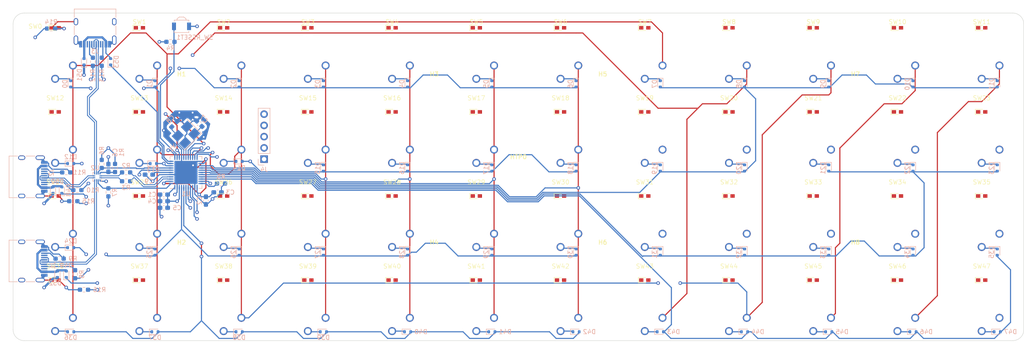
<source format=kicad_pcb>
(kicad_pcb (version 20221018) (generator pcbnew)
  (layers (0 "F.Cu" signal) (1 "In1.Cu" mixed) (2 "In2.Cu" mixed) (31 "B.Cu" signal) (34 "B.Paste" user) (35 "F.Paste" user) (36 "B.SilkS" user "B.Silkscreen") (37 "F.SilkS" user "F.Silkscreen") (38 "B.Mask" user) (39 "F.Mask" user) (44 "Edge.Cuts" user))
  (net 0 "")
  (net 1 "VCC")
  (net 2 "GND")
  (net 3 "Net-(U2-VCC)")
  (net 4 "Net-(U1-UCAP)")
  (net 5 "Net-(D0-K)")
  (net 6 "ROW0")
  (net 7 "Net-(D1-K)")
  (net 8 "Net-(D2-K)")
  (net 9 "Net-(D3-K)")
  (net 10 "Net-(D4-K)")
  (net 11 "Net-(D5-K)")
  (net 12 "Net-(D6-K)")
  (net 13 "Net-(D7-K)")
  (net 14 "Net-(D8-K)")
  (net 15 "Net-(D9-K)")
  (net 16 "Net-(D10-K)")
  (net 17 "Net-(D11-K)")
  (net 18 "Net-(D12-K)")
  (net 19 "ROW1")
  (net 20 "Net-(D13-K)")
  (net 21 "Net-(D14-K)")
  (net 22 "Net-(D15-K)")
  (net 23 "Net-(D16-K)")
  (net 24 "Net-(D17-K)")
  (net 25 "Net-(D18-K)")
  (net 26 "Net-(D19-K)")
  (net 27 "Net-(D20-K)")
  (net 28 "Net-(D21-K)")
  (net 29 "Net-(D22-K)")
  (net 30 "Net-(D23-K)")
  (net 31 "Net-(D24-K)")
  (net 32 "ROW2")
  (net 33 "Net-(D25-K)")
  (net 34 "Net-(D26-K)")
  (net 35 "Net-(D27-K)")
  (net 36 "Net-(D28-K)")
  (net 37 "Net-(D29-K)")
  (net 38 "Net-(D30-K)")
  (net 39 "Net-(D31-K)")
  (net 40 "Net-(D32-K)")
  (net 41 "Net-(D33-K)")
  (net 42 "Net-(D34-K)")
  (net 43 "Net-(D35-K)")
  (net 44 "Net-(D36-K)")
  (net 45 "ROW4")
  (net 46 "Net-(D37-K)")
  (net 47 "Net-(D38-K)")
  (net 48 "Net-(D39-K)")
  (net 49 "Net-(D40-K)")
  (net 50 "Net-(D41-K)")
  (net 51 "Net-(D42-K)")
  (net 52 "Net-(D43-K)")
  (net 53 "Net-(D44-K)")
  (net 54 "Net-(D45-K)")
  (net 55 "Net-(D46-K)")
  (net 56 "Net-(D47-K)")
  (net 57 "Sense_USB_2")
  (net 58 "Net-(D48-A)")
  (net 59 "Sense_USB_1")
  (net 60 "Net-(D49-A)")
  (net 61 "Net-(D51-A)")
  (net 62 "Sense_USB_3")
  (net 63 "Net-(J1-CC1)")
  (net 64 "/DJ1-")
  (net 65 "/DJ1+")
  (net 67 "Net-(J1-CC2)")
  (net 69 "Net-(J2-CC1)")
  (net 70 "/DJ2-")
  (net 71 "/DJ2+")
  (net 73 "Net-(J2-CC2)")
  (net 75 "Net-(J3-CC1)")
  (net 76 "/DJ3-")
  (net 77 "/DJ3+")
  (net 79 "Net-(J3-CC2)")
  (net 81 "/DP2+")
  (net 82 "/DP1+")
  (net 83 "/DP2-")
  (net 84 "/DP1-")
  (net 85 "Net-(U1-~{RESET})")
  (net 86 "Net-(U1-~{HWB}{slash}PE2)")
  (net 87 "SEL1")
  (net 88 "SEL0")
  (net 89 "LED3")
  (net 90 "Net-(SW0-A)")
  (net 91 "Net-(SW24-A)")
  (net 92 "Net-(SW36-A)")
  (net 105 "ROW3")
  (net 108 "ROW5")
  (net 111 "ROW6")
  (net 114 "USART_CTS_XCK")
  (net 117 "USART_RTS")
  (net 188 "USART_RXD")
  (net 189 "/c-")
  (net 190 "/c+")
  (net 191 "LED2")
  (net 192 "LED1")
  (net 193 "COL0")
  (net 194 "COL1")
  (net 195 "COL2")
  (net 196 "COL3")
  (net 197 "COL4")
  (net 198 "COL5")
  (net 199 "COL6")
  (footprint "planck_keyboard:SW_Cherry_MX_LowProfile_1.00u_PCB_V2" (layer "F.Cu") (at 247.8 94.12)
    (fp_text reference "SW35")
    (fp_text value "SW_SPST_LED" hide)
  )
  (footprint "MountingHole:MountingHole_3.2mm_M3" (layer "F.Cu") (at 162.3 103.62)
    (fp_text reference "H6")
    (fp_text value "MountingHole")
  )
  (footprint "MountingHole:MountingHole_3.2mm_M3" (layer "F.Cu") (at 124.3 65.62)
    (fp_text reference "H3")
    (fp_text value "MountingHole")
  )
  (footprint "planck_keyboard:SW_Cherry_MX_LowProfile_1.00u_PCB_V2" (layer "F.Cu") (at 38.8 113.12)
    (fp_text reference "SW36")
    (fp_text value "SW_SPST_LED" hide)
  )
  (footprint "planck_keyboard:SW_Cherry_MX_LowProfile_1.00u_PCB_V2" (layer "F.Cu") (at 190.8 94.12)
    (fp_text reference "SW32")
    (fp_text value "SW_SPST_LED" hide)
  )
  (footprint "MountingHole:MountingHole_3.2mm_M3" (layer "F.Cu") (at 67.3 65.62)
    (fp_text reference "H1")
    (fp_text value "MountingHole")
  )
  (footprint "planck_keyboard:SW_Cherry_MX_LowProfile_1.00u_PCB_V2" (layer "F.Cu") (at 133.8 113.12)
    (fp_text reference "SW41")
    (fp_text value "SW_SPST_LED" hide)
  )
  (footprint "planck_keyboard:SW_Cherry_MX_LowProfile_1.00u_PCB_V2" (layer "F.Cu") (at 95.8 56.12)
    (fp_text reference "SW3")
    (fp_text value "SW_SPST_LED" hide)
  )
  (footprint "planck_keyboard:SW_Cherry_MX_LowProfile_1.00u_PCB_V2" (layer "F.Cu") (at 152.8 75.12)
    (fp_text reference "SW18")
    (fp_text value "SW_SPST_LED" hide)
  )
  (footprint "planck_keyboard:SW_Cherry_MX_LowProfile_1.00u_PCB_V2" (layer "F.Cu") (at 57.8 113.12)
    (fp_text reference "SW37")
    (fp_text value "SW_SPST_LED" hide)
  )
  (footprint "planck_keyboard:SW_Cherry_MX_LowProfile_1.00u_PCB_V2" (layer "F.Cu") (at 76.8 94.12)
    (fp_text reference "SW26")
    (fp_text value "SW_SPST_LED" hide)
  )
  (footprint "planck_keyboard:SW_Cherry_MX_LowProfile_1.00u_PCB_V2" (layer "F.Cu") (at 171.8 75.12)
    (fp_text reference "SW19")
    (fp_text value "SW_SPST_LED" hide)
  )
  (footprint "planck_keyboard:SW_Cherry_MX_LowProfile_1.00u_PCB_V2" (layer "F.Cu") (at 171.8 56.12)
    (fp_text reference "SW7")
    (fp_text value "SW_SPST_LED" hide)
  )
  (footprint "planck_keyboard:SW_Cherry_MX_LowProfile_1.00u_PCB_V2" (layer "F.Cu") (at 76.8 75.12)
    (fp_text reference "SW14")
    (fp_text value "SW_SPST_LED" hide)
  )
  (footprint "MountingHole:MountingHole_3.2mm_M3" (layer "F.Cu") (at 124.3 103.62)
    (fp_text reference "H4")
    (fp_text value "MountingHole")
  )
  (footprint "planck_keyboard:SW_Cherry_MX_LowProfile_1.00u_PCB_V2" (layer "F.Cu") (at 133.8 94.12)
    (fp_text reference "SW29")
    (fp_text value "SW_SPST_LED" hide)
  )
  (footprint "MountingHole:MountingHole_3.2mm_M3" (layer "F.Cu") (at 162.3 65.62)
    (fp_text reference "H5")
    (fp_text value "MountingHole")
  )
  (footprint "planck_keyboard:SW_Cherry_MX_LowProfile_1.00u_PCB_V2" (layer "F.Cu") (at 114.8 94.12)
    (fp_text reference "SW28")
    (fp_text value "SW_SPST_LED" hide)
  )
  (footprint "planck_keyboard:SW_Cherry_MX_LowProfile_1.00u_PCB_V2" (layer "F.Cu") (at 152.8 56.12)
    (fp_text reference "SW6")
    (fp_text value "SW_SPST_LED" hide)
  )
  (footprint "MountingHole:MountingHole_3.2mm_M3" (layer "F.Cu") (at 67.3 103.62)
    (fp_text reference "H2")
    (fp_text value "MountingHole")
  )
  (footprint "planck_keyboard:SW_Cherry_MX_LowProfile_1.00u_PCB_V2" (layer "F.Cu") (at 209.8 75.12)
    (fp_text reference "SW21")
    (fp_text value "SW_SPST_LED" hide)
  )
  (footprint "MountingHole:MountingHole_3.5mm" (layer "F.Cu") (at 143.3 84.62)
    (fp_text reference "HTP0")
    (fp_text value "MountingHole")
  )
  (footprint "planck_keyboard:SW_Cherry_MX_LowProfile_1.00u_PCB_V2" (layer "F.Cu") (at 38.8 75.12)
    (fp_text reference "SW12")
    (fp_text value "SW_SPST_LED" hide)
  )
  (footprint "planck_keyboard:SW_Cherry_MX_LowProfile_1.00u_PCB_V2" (layer "F.Cu") (at 209.8 56.12)
    (fp_text reference "SW9")
    (fp_text value "SW_SPST_LED" hide)
  )
  (footprint "planck_keyboard:SW_Cherry_MX_LowProfile_1.00u_PCB_V2" (layer "F.Cu") (at 114.8 113.12)
    (fp_text reference "SW40")
    (fp_text value "SW_SPST_LED" hide)
  )
  (footprint "planck_keyboard:SW_Cherry_MX_LowProfile_1.00u_PCB_V2" (layer "F.Cu") (at 171.8 94.12)
    (fp_text reference "SW31")
    (fp_text value "SW_SPST_LED" hide)
  )
  (footprint "planck_keyboard:SW_Cherry_MX_LowProfile_1.00u_PCB_V2" (layer "F.Cu") (at 247.8 113.12)
    (fp_text reference "SW47")
    (fp_text value "SW_SPST_LED" hide)
  )
  (footprint "planck_keyboard:SW_Cherry_MX_LowProfile_1.00u_PCB_V2" (layer "F.Cu") (at 190.8 75.12)
    (fp_text reference "SW20")
    (fp_text value "SW_SPST_LED" hide)
  )
  (footprint "planck_keyboard:SW_Cherry_MX_LowProfile_1.00u_PCB_V2" (layer "F.Cu") (at 114.8 56.12)
    (fp_text reference "SW4")
    (fp_text value "SW_SPST_LED" hide)
  )
  (footprint "planck_keyboard:SW_Cherry_MX_LowProfile_1.00u_PCB_V2" (layer "F.Cu") (at 38.8 56.12)
    (fp_text reference "SW0")
    (fp_text value "SW_SPST_LED" hide)
  )
  (footprint "MountingHole:MountingHole_3.2mm_M3" (layer "F.Cu") (at 219.3 103.62)
    (fp_text reference "H8")
    (fp_text value "MountingHole")
  )
  (footprint "planck_keyboard:SW_Cherry_MX_LowProfile_1.00u_PCB_V2" (layer "F.Cu") (at 228.8 56.12)
    (fp_text reference "SW10")
    (fp_text value "SW_SPST_LED" hide)
  )
  (footprint "planck_keyboard:SW_Cherry_MX_LowProfile_1.00u_PCB_V2" (layer "F.Cu") (at 38.8 94.12)
    (fp_text reference "SW24")
    (fp_text value "SW_SPST_LED" hide)
  )
  (footprint "planck_keyboard:SW_Cherry_MX_LowProfile_1.00u_PCB_V2" (layer "F.Cu") (at 190.8 113.12)
    (fp_text reference "SW44")
    (fp_text value "SW_SPST_LED" hide)
  )
  (footprint "planck_keyboard:SW_Cherry_MX_LowProfile_1.00u_PCB_V2" (layer "F.Cu") (at 152.8 94.12)
    (fp_text reference "SW30")
    (fp_text value "SW_SPST_LED" hide)
  )
  (footprint "planck_keyboard:SW_Cherry_MX_LowProfile_1.00u_PCB_V2" (layer "F.Cu") (at 76.8 113.12)
    (fp_text reference "SW38")
    (fp_text value "SW_SPST_LED" hide)
  )
  (footprint "planck_keyboard:SW_Cherry_MX_LowProfile_1.00u_PCB_V2" (layer "F.Cu") (at 228.8 94.12)
    (fp_text reference "SW34")
    (fp_text value "SW_SPST_LED" hide)
  )
  (footprint "planck_keyboard:SW_Cherry_MX_LowProfile_1.00u_PCB_V2" (layer "F.Cu") (at 57.8 56.12)
    (fp_text reference "SW1")
    (fp_text value "SW_SPST_LED" hide)
  )
  (footprint "planck_keyboard:SW_Cherry_MX_LowProfile_1.00u_PCB_V2" (layer "F.Cu") (at 133.8 56.12)
    (fp_text reference "SW5")
    (fp_text value "SW_SPST_LED" hide)
  )
  (footprint "planck_keyboard:SW_Cherry_MX_LowProfile_1.00u_PCB_V2" (layer "F.Cu") (at 228.8 75.12)
    (fp_text reference "SW22")
    (fp_text value "SW_SPST_LED" hide)
  )
  (footprint "planck_keyboard:SW_Cherry_MX_LowProfile_1.00u_PCB_V2" (layer "F.Cu") (at 209.8 113.12)
    (fp_text reference "SW45")
    (fp_text value "SW_SPST_LED" hide)
  )
  (footprint "planck_keyboard:SW_Cherry_MX_LowProfile_1.00u_PCB_V2" (layer "F.Cu") (at 209.8 94.12)
    (fp_text reference "SW33")
    (fp_text value "SW_SPST_LED" hide)
  )
  (footprint "planck_keyboard:SW_Cherry_MX_LowProfile_1.00u_PCB_V2" (layer "F.Cu") (at 247.8 75.12)
    (fp_text reference "SW23")
    (fp_text value "SW_SPST_LED" hide)
  )
  (footprint "planck_keyboard:SW_Cherry_MX_LowProfile_1.00u_PCB_V2" (layer "F.Cu") (at 152.8 113.12)
    (fp_text reference "SW42")
    (fp_text value "SW_SPST_LED" hide)
  )
  (footprint "planck_keyboard:SW_Cherry_MX_LowProfile_1.00u_PCB_V2" (layer "F.Cu") (at 190.8 56.12)
    (fp_text reference "SW8")
    (fp_text value "SW_SPST_LED" hide)
  )
  (footprint "planck_keyboard:SW_Cherry_MX_LowProfile_1.00u_PCB_V2" (layer "F.Cu") (at 57.8 75.12)
    (fp_text reference "SW13")
    (fp_text value "SW_SPST_LED" hide)
  )
  (footprint "planck_keyboard:SW_Cherry_MX_LowProfile_1.00u_PCB_V2" (layer "F.Cu") (at 95.8 113.12)
    (fp_text reference "SW39")
    (fp_text value "SW_SPST_LED" hide)
  )
  (footprint "planck_keyboard:SW_Cherry_MX_LowProfile_1.00u_PCB_V2" (layer "F.Cu") (at 247.8 56.12)
    (fp_text reference "SW11")
    (fp_text value "SW_SPST_LED" hide)
  )
  (footprint "planck_keyboard:SW_Cherry_MX_LowProfile_1.00u_PCB_V2" (layer "F.Cu") (at 95.8 75.12)
    (fp_text reference "SW15")
    (fp_text value "SW_SPST_LED" hide)
  )
  (footprint "planck_keyboard:SW_Cherry_MX_LowProfile_1.00u_PCB_V2" (layer "F.Cu") (at 133.8 75.12)
    (fp_text reference "SW17")
    (fp_text value "SW_SPST_LED" hide)
  )
  (footprint "planck_keyboard:SW_Cherry_MX_LowProfile_1.00u_PCB_V2" (layer "F.Cu") (at 57.8 94.12)
    (fp_text reference "SW25")
    (fp_text value "SW_SPST_LED" hide)
  )
  (footprint "MountingHole:MountingHole_3.2mm_M3" (layer "F.Cu") (at 219.3 65.62)
    (fp_text reference "H7")
    (fp_text value "MountingHole")
  )
  (footprint "planck_keyboard:SW_Cherry_MX_LowProfile_1.00u_PCB_V2" (layer "F.Cu") (at 95.8 94.12)
    (fp_text reference "SW27")
    (fp_text value "SW_SPST_LED" hide)
  )
  (footprint "planck_keyboard:SW_Cherry_MX_LowProfile_1.00u_PCB_V2" (layer "F.Cu") (at 228.8 113.12)
    (fp_text reference "SW46")
    (fp_text value "SW_SPST_LED" hide)
  )
  (footprint "planck_keyboard:SW_Cherry_MX_LowProfile_1.00u_PCB_V2" (layer "F.Cu") (at 114.8 75.12)
    (fp_text reference "SW16")
    (fp_text value "SW_SPST_LED" hide)
  )
  (footprint "planck_keyboard:SW_Cherry_MX_LowProfile_1.00u_PCB_V2" (layer "F.Cu") (at 171.8 113.12)
    (fp_text reference "SW43")
    (fp_text value "SW_SPST_LED" hide)
  )
  (footprint "planck_keyboard:SW_Cherry_MX_LowProfile_1.00u_PCB_V2" (layer "F.Cu") (at 76.8 56.12)
    (fp_text reference "SW2")
    (fp_text value "SW_SPST_LED" hide)
  )
  (footprint "Connector_PinHeader_2.54mm:PinHeader_1x05_P2.54mm_Vertical" (layer "B.Cu") (at 85.925 80.62)
    (fp_text reference "J4")
    (fp_text value "Conn_01x05")
  )
  (footprint "Resistor_SMD:R_0603_1608Metric_Pad0.98x0.95mm_HandSolder" (layer "B.Cu") (at 64.8 54.12)
    (fp_text reference "R4")
    (fp_text value "10k")
  )
  (footprint "Capacitor_SMD:C_0603_1608Metric_Pad1.08x0.95mm_HandSolder" (layer "B.Cu") (at 59.9375 84.12 180)
    (fp_text reference "C9")
    (fp_text value "1u")
  )
  (footprint "Diode_SMD:D_SOD-523" (layer "B.Cu") (at 175.3 63.62 -90)
    (fp_text reference "D7")
    (fp_text value "D")
  )
  (footprint "Connector_USB:USB_C_Receptacle_HRO_TYPE-C-31-M-12" (layer "B.Cu") (at 32.3 103.62 90)
    (fp_text reference "J1")
    (fp_text value "USB_C_Receptacle_USB2.0")
  )
  (footprint "Diode_SMD:D_SOD-523" (layer "B.Cu") (at 118.3 63.62 -90)
    (fp_text reference "D4")
    (fp_text value "D")
  )
  (footprint "Diode_SMD:D_SOD-523" (layer "B.Cu") (at 156.3 63.62 -90)
    (fp_text reference "D6")
    (fp_text value "D")
  )
  (footprint "Diode_SMD:D_SOD-523" (layer "B.Cu") (at 194.3 63.62 -90)
    (fp_text reference "D8")
    (fp_text value "D")
  )
  (footprint "Diode_SMD:D_SOD-523" (layer "B.Cu") (at 251.3 63.62 -90)
    (fp_text reference "D11")
    (fp_text value "D")
  )
  (footprint "Diode_SMD:D_SOD-523" (layer "B.Cu") (at 156.3 119.62)
    (fp_text reference "D42")
    (fp_text value "D")
  )
  (footprint "Button_Switch_SMD:SW_SPST_B3U-3000P" (layer "B.Cu") (at 67.3 50.62 180)
    (fp_text reference "SW_RESET1")
    (fp_text value "SW_Push")
  )
  (footprint "Diode_SMD:D_SOD-523" (layer "B.Cu") (at 213.3 63.62 -90)
    (fp_text reference "D9")
    (fp_text value "D")
  )
  (footprint "Resistor_SMD:R_0603_1608Metric_Pad0.98x0.95mm_HandSolder" (layer "B.Cu") (at 49.3 58.62 -90)
    (fp_text reference "R13")
    (fp_text value "5k1")
  )
  (footprint "Diode_SMD:D_SOD-523" (layer "B.Cu") (at 251.3 119.62)
    (fp_text reference "D47")
    (fp_text value "D")
  )
  (footprint "Diode_SMD:D_SOD-523" (layer "B.Cu") (at 38.3 87.62 90)
    (fp_text reference "D50")
    (fp_text value "D")
  )
  (footprint "Diode_SMD:D_SOD-523" (layer "B.Cu") (at 80.3 63.62 -90)
    (fp_text reference "D2")
    (fp_text value "D")
  )
  (footprint "Diode_SMD:D_SOD-523" (layer "B.Cu") (at 175.3 119.62)
    (fp_text reference "D43")
    (fp_text value "D")
  )
  (footprint "Resistor_SMD:R_0603_1608Metric_Pad0.98x0.95mm_HandSolder" (layer "B.Cu") (at 49.3 81.7075 -90)
    (fp_text reference "R6")
    (fp_text value "10k")
  )
  (footprint "Capacitor_SMD:C_0603_1608Metric_Pad1.08x0.95mm_HandSolder" (layer "B.Cu") (at 71.3 72.62 135)
    (fp_text reference "C7")
    (fp_text value "22p")
  )
  (footprint "Diode_SMD:D_SOD-523" (layer "B.Cu") (at 175.3 101.62 -90)
    (fp_text reference "D31")
    (fp_text value "D")
  )
  (footprint "Diode_SMD:D_SOD-523" (layer "B.Cu") (at 137.3 82.62 -90)
    (fp_text reference "D17")
    (fp_text value "D")
  )
  (footprint "Diode_SMD:D_SOD-523" (layer "B.Cu") (at 51.3 58.62 90)
    (fp_text reference "D53")
    (fp_text value "D")
  )
  (footprint "Diode_SMD:D_SOD-523" (layer "B.Cu") (at 40.3 87.62 90)
    (fp_text reference "D48")
    (fp_text value "D")
  )
  (footprint "Diode_SMD:D_SOD-523" (layer "B.Cu") (at 137.3 63.62 -90)
    (fp_text reference "D5")
    (fp_text value "D")
  )
  (footprint "Resistor_SMD:R_0603_1608Metric_Pad0.98x0.95mm_HandSolder" (layer "B.Cu") (at 39.8 103.12)
    (fp_text reference "R9")
    (fp_text value "5k1")
  )
  (footprint "Diode_SMD:D_SOD-523" (layer "B.Cu") (at 80.3 119.62)
    (fp_text reference "D38")
    (fp_text value "D")
  )
  (footprint "Diode_SMD:D_SOD-523" (layer "B.Cu") (at 156.3 82.62 -90)
    (fp_text reference "D18")
    (fp_text value "D")
  )
  (footprint "Resistor_SMD:R_0603_1608Metric_Pad0.98x0.95mm_HandSolder" (layer "B.Cu") (at 37.8875 51.12)
    (fp_text reference "R14")
    (fp_text value "1k")
  )
  (footprint "Diode_SMD:D_SOD-523" (layer "B.Cu") (at 42.3 100.62)
    (fp_text reference "D24")
    (fp_text value "D")
  )
  (footprint "Resistor_SMD:R_0603_1608Metric_Pad0.98x0.95mm_HandSolder" (layer "B.Cu") (at 41.3 83.62)
    (fp_text reference "R11")
    (fp_text value "5k1")
  )
  (footprint "Resistor_SMD:R_0603_1608Metric_Pad0.98x0.95mm_HandSolder" (layer "B.Cu") (at 42.8875 90.12 180)
    (fp_text reference "R15")
    (fp_text value "1k")
  )
  (footprint "Resistor_SMD:R_0603_1608Metric_Pad0.98x0.95mm_HandSolder" (layer "B.Cu") (at 54.8 83.62)
    (fp_text reference "R2")
    (fp_text value "22")
  )
  (footprint "Resistor_SMD:R_0603_1608Metric_Pad0.98x0.95mm_HandSolder" (layer "B.Cu") (at 45.3 110.12 180)
    (fp_text reference "R16")
    (fp_text value "1k")
  )
  (footprint "Capacitor_SMD:C_0603_1608Metric_Pad1.08x0.95mm_HandSolder" (layer "B.Cu") (at 63.3 90.12 180)
    (fp_text reference "C4")
    (fp_text value "0.1u")
  )
  (footprint "Resistor_SMD:R_0603_1608Metric_Pad0.98x0.95mm_HandSolder" (layer "B.Cu") (at 47.3 58.62 -90)
    (fp_text reference "R12")
    (fp_text value "5k1")
  )
  (footprint "Capacitor_SMD:C_0603_1608Metric_Pad1.08x0.95mm_HandSolder" (layer "B.Cu") (at 50.8 82.62 90)
    (fp_text reference "C6")
    (fp_text value "1000p")
  )
  (footprint "Diode_SMD:D_SOD-523" (layer "B.Cu") (at 45.3 58.62 90)
    (fp_text reference "D51")
    (fp_text value "D")
  )
  (footprint "Diode_SMD:D_SOD-523" (layer "B.Cu") (at 80.3 101.62 -90)
    (fp_text reference "D26")
    (fp_text value "D")
  )
  (footprint "Diode_SMD:D_SOD-523" (layer "B.Cu") (at 156.3 101.62 -90)
    (fp_text reference "D30")
    (fp_text value "D")
  )
  (footprint "Diode_SMD:D_SOD-523" (layer "B.Cu") (at 42.3 81.62)
    (fp_text reference "D12")
    (fp_text value "D")
  )
  (footprint "Diode_SMD:D_SOD-523" (layer "B.Cu") (at 194.3 82.62 -90)
    (fp_text reference "D20")
    (fp_text value "D")
  )
  (footprint "Diode_SMD:D_SOD-523" (layer "B.Cu") (at 118.3 119.62)
    (fp_text reference "D40")
    (fp_text value "D")
  )
  (footprint "Diode_SMD:D_SOD-523" (layer "B.Cu") (at 61.3 101.62 -90)
    (fp_text reference "D25")
    (fp_text value "D")
  )
  (footprint "Diode_SMD:D_SOD-523" (layer "B.Cu") (at 175.3 82.62 -90)
    (fp_text reference "D19")
    (fp_text value "D")
  )
  (footprint "Diode_SMD:D_SOD-523" (layer "B.Cu") (at 137.3 101.62 -90)
    (fp_text reference "D29")
    (fp_text value "D")
  )
  (footprint "Capacitor_SMD:C_0603_1608Metric_Pad1.08x0.95mm_HandSolder" (layer "B.Cu") (at 72.8 89.9825 -90)
    (fp_text reference "C2")
    (fp_text value "0.1u")
  )
  (footprint "Capacitor_SMD:C_0603_1608Metric_Pad1.08x0.95mm_HandSolder" (layer "B.Cu") (at 63.3 88.62 180)
    (fp_text reference "C1")
    (fp_text value "0.1u")
  )
  (footprint "Diode_SMD:D_SOD-523" (layer "B.Cu") (at 41.3 106.62 90)
    (fp_text reference "D49")
    (fp_text value "D")
  )
  (footprint "Resistor_SMD:R_0603_1608Metric_Pad0.98x0.95mm_HandSolder" (layer "B.Cu") (at 54.8 85.62)
    (fp_text reference "R3")
    (fp_text value "22")
  )
  (footprint "Diode_SMD:D_SOD-523" (layer "B.Cu") (at 232.3 82.62 -90)
    (fp_text reference "D22")
    (fp_text value "D")
  )
  (footprint "Resistor_SMD:R_0603_1608Metric_Pad0.98x0.95mm_HandSolder" (layer "B.Cu") (at 50.8 88.12 90)
    (fp_text reference "R7")
    (fp_text value "10k")
  )
  (footprint "Resistor_SMD:R_0603_1608Metric_Pad0.98x0.95mm_HandSolder" (layer "B.Cu") (at 43.8 87.62)
    (fp_text reference "R10")
    (fp_text value "5k1")
  )
  (footprint "Diode_SMD:D_SOD-523" (layer "B.Cu") (at 60.9375 81.62)
    (fp_text reference "D13")
    (fp_text value "D")
  )
  (footprint "Resistor_SMD:R_0603_1608Metric_Pad0.98x0.95mm_HandSolder" (layer "B.Cu") (at 76.2125 86.12)
    (fp_text reference "R5")
    (fp_text value "10k")
  )
  (footprint "Diode_SMD:D_SOD-523" (layer "B.Cu") (at 99.3 63.62 -90)
    (fp_text reference "D3")
    (fp_text value "D")
  )
  (footprint "Diode_SMD:D_SOD-523" (layer "B.Cu") (at 232.3 63.62 -90)
    (fp_text reference "D10")
    (fp_text value "D")
  )
  (footprint "Crystal:Crystal_SMD_3225-4Pin_3.2x2.5mm_HandSoldering" (layer "B.Cu") (at 68.3 75.12 -135)
    (fp_text reference "Y1")
    (fp_text value "ECS-160-9-33B-CKM-TR3 ")
  )
  (footprint "planck_keyboard:FSUSB63" (layer "B.Cu") (at 48.3 84.62 180)
    (fp_text reference "U2")
    (fp_text value "FSUSB63")
  )
  (footprint "Diode_SMD:D_SOD-523" (layer "B.Cu") (at 194.3 119.62)
    (fp_text reference "D44")
    (fp_text value "D")
  )
  (footprint "Connector_USB:USB_C_Receptacle_HRO_TYPE-C-31-M-12" (layer "B.Cu") (at 32.3 84.62 90)
    (fp_text reference "J2")
    (fp_text value "USB_C_Receptacle_USB2.0")
  )
  (footprint "Capacitor_SMD:C_0603_1608Metric_Pad1.08x0.95mm_HandSolder" (layer "B.Cu") (at 63.3 91.62 180)
    (fp_text reference "C5")
    (fp_text value "4.7u")
  )
  (footprint "Diode_SMD:D_SOD-523" (layer "B.Cu") (at 42.3 63.62 -90)
    (fp_text reference "D0")
    (fp_text value "D")
  )
  (footprint "Resistor_SMD:R_0603_1608Metric_Pad0.98x0.95mm_HandSolder" (layer "B.Cu") (at 43.3 106.62 -90)
    (fp_text reference "R8")
    (fp_text value "5k1")
  )
  (footprint "Resistor_SMD:R_0603_1608Metric_Pad0.98x0.95mm_HandSolder" (layer "B.Cu") (at 52.3 82.62 90)
    (fp_text reference "R1")
    (fp_text value "100")
  )
  (footprint "Diode_SMD:D_SOD-523" (layer "B.Cu") (at 213.3 119.62)
    (fp_text reference "D45")
    (fp_text value "D")
  )
  (footprint "Diode_SMD:D_SOD-523" (layer "B.Cu") (at 42.3 119.62)
    (fp_text reference "D36")
    (fp_text value "D")
  )
  (footprint "Diode_SMD:D_SOD-523" (layer "B.Cu") (at 213.3 82.62 -90)
    (fp_text reference "D21")
    (fp_text value "D")
  )
  (footprint "Capacitor_SMD:C_0603_1608Metric_Pad1.08x0.95mm_HandSolder" (layer "B.Cu") (at 65.69012 72.72988 45)
    (fp_text reference "C8")
    (fp_text value "22p")
  )
  (footprint "Capacitor_SMD:C_0603_1608Metric_Pad1.08x0.95mm_HandSolder" (layer "B.Cu") (at 75.4375 88.12)
    (fp_text reference "C3")
    (fp_text value "0.1u")
  )
  (footprint "Diode_SMD:D_SOD-523" (layer "B.Cu") (at 39.3 106.62 90)
    (fp_text reference "D52")
    (fp_text value "D")
  )
  (footprint "Diode_SMD:D_SOD-523" (layer "B.Cu") (at 99.3 82.62 -90)
    (fp_text reference "D15")
    (fp_text value "D")
  )
  (footprint "Diode_SMD:D_SOD-523" (layer "B.Cu") (at 99.3 101.62 -90)
    (fp_text reference "D27")
    (fp_text value "D")
  )
  (footprint "Diode_SMD:D_SOD-523" (layer "B.Cu") (at 213.3 101.62 -90)
    (fp_text reference "D33")
    (fp_text value "D")
  )
  (footprint "Diode_SMD:D_SOD-523" (layer "B.Cu") (at 118.3 101.62 -90)
    (fp_text reference "D28")
    (fp_text value "D")
  )
  (footprint "Diode_SMD:D_SOD-523" (layer "B.Cu") (at 194.3 101.62 -90)
    (fp_text reference "D32")
    (fp_text value "D")
  )
  (footprint "Diode_SMD:D_SOD-523" (layer "B.Cu") (at 118.3 82.62 -90)
    (fp_text reference "D16")
    (fp_text value "D")
  )
  (footprint "Diode_SMD:D_SOD-523" (layer "B.Cu") (at 232.3 119.62)
    (fp_text reference "D46")
    (fp_text value "D")
  )
  (footprint "Package_DFN_QFN:QFN-44-1EP_7x7mm_P0.5mm_EP5.2x5.2mm" (layer "B.Cu") (at 68.3 83.62)
    (fp_text reference "U1")
    (fp_text value "ATmega32U4RC-M")
  )
  (footprint "Diode_SMD:D_SOD-523" (layer "B.Cu") (at 61.3 119.62)
    (fp_text reference "D37")
    (fp_text value "D")
  )
  (footprint "Diode_SMD:D_SOD-523" (layer "B.Cu") (at 99.3 119.62)
    (fp_text reference "D39")
    (fp_text value "D")
  )
  (footprint "Diode_SMD:D_SOD-523" (layer "B.Cu") (at 251.3 82.62 -90)
    (fp_text reference "D23")
    (fp_text value "D")
  )
  (footprint "Diode_SMD:D_SOD-523" (layer "B.Cu") (at 251.3 101.62 -90)
    (fp_text reference "D35")
    (fp_text value "D")
  )
  (footprint "Diode_SMD:D_SOD-523" (layer "B.Cu") (at 137.3 119.62)
    (fp_text reference "D41")
    (fp_text value "D")
  )
  (footprint "Connector_USB:USB_C_Receptacle_HRO_TYPE-C-31-M-12" (layer "B.Cu") (at 47.8 50.62)
    (fp_text reference "J3")
    (fp_text value "USB_C_Receptacle_USB2.0")
  )
  (footprint "Diode_SMD:D_SOD-523" (layer "B.Cu") (at 80.3 81.12)
    (fp_text reference "D14")
    (fp_text value "D")
  )
  (footprint "Diode_SMD:D_SOD-523" (layer "B.Cu") (at 61.3 63.62 -90)
    (fp_text reference "D1")
    (fp_text value "D")
  )
  (footprint "Diode_SMD:D_SOD-523" (layer "B.Cu") (at 232.3 101.62 -90)
    (fp_text reference "D34")
    (fp_text value "D")
  )
  (gr_arc (start 29.3 50.12) (mid 30.032233 48.352233) (end 31.8 47.62) (stroke (width 0.1)) (layer "Edge.Cuts"))
  (gr_arc (start 31.8 121.62) (mid 30.032233 120.887767) (end 29.3 119.12) (stroke (width 0.1)) (layer "Edge.Cuts"))
  (gr_line (start 254.8 47.62) (end 31.8 47.62) (stroke (width 0.1)) (layer "Edge.Cuts"))
  (gr_arc (start 257.3 119.12) (mid 256.567767 120.887767) (end 254.8 121.62) (stroke (width 0.1)) (layer "Edge.Cuts"))
  (gr_arc (start 254.8 47.62) (mid 256.567767 48.352233) (end 257.3 50.12) (stroke (width 0.1)) (layer "Edge.Cuts"))
  (gr_line (start 29.3 50.12) (end 29.3 119.12) (stroke (width 0.1)) (layer "Edge.Cuts"))
  (gr_line (start 257.3 50.12) (end 257.3 119.12) (stroke (width 0.1)) (layer "Edge.Cuts"))
  (gr_line (start 31.8 121.62) (end 254.8 121.62) (stroke (width 0.1)) (layer "Edge.Cuts"))
  (segment (start 66.3 73.02) (end 63.7 70.42) (width 0.25) (layer "F.Cu") (net 1))
  (segment (start 72.8 80.62) (end 72.8 87.12) (width 0.25) (layer "F.Cu") (net 1))
  (segment (start 72.8 87.12) (end 71.3 88.62) (width 0.25) (layer "F.Cu") (net 1))
  (segment (start 63.3 86.12) (end 67.3 86.12) (width 0.25) (layer "F.Cu") (net 1))
  (segment (start 71.3 88.62) (end 68.8 86.12) (width 0.25) (layer "F.Cu") (net 1))
  (segment (start 66.3 78.62) (end 66.3 73.02) (width 0.25) (layer "F.Cu") (net 1))
  (segment (start 68.8 86.12) (end 63.3 86.12) (width 0.25) (layer "F.Cu") (net 1))
  (segment (start 67.3 86.12) (end 72.8 80.62) (width 0.25) (layer "F.Cu") (net 1))
  (via (at 50.8 91.12) (size 0.8) (drill 0.4) (layers "F.Cu" "B.Cu") (net 1))
  (via (at 71.3 88.62) (size 0.8) (drill 0.4) (layers "F.Cu" "B.Cu") (net 1))
  (via (at 50.8 78.12) (size 0.8) (drill 0.4) (layers "F.Cu" "B.Cu") (net 1))
  (via (at 36.3 109.62) (size 0.8) (drill 0.4) (layers "F.Cu" "B.Cu") (net 1))
  (via (at 57.8 84.12) (size 0.8) (drill 0.4) (layers "F.Cu" "B.Cu") (net 1))
  (via (at 66.3 78.62) (size 0.8) (drill 0.4) (layers "F.Cu" "B.Cu") (net 1))
  (via (at 66.3 90.12) (size 0.8) (drill 0.4) (layers "F.Cu" "B.Cu") (net 1))
  (via (at 45.3 61.62) (size 0.8) (drill 0.4) (layers "F.Cu" "B.Cu") (net 1))
  (via (at 63.7 70.42) (size 0.8) (drill 0.4) (layers "F.Cu" "B.Cu") (net 1))
  (via (at 36.3 90.62) (size 0.8) (drill 0.4) (layers "F.Cu" "B.Cu") (net 1))
  (via (at 62.3 54.12) (size 0.8) (drill 0.4) (layers "F.Cu" "B.Cu") (net 1))
  (via (at 72.8 80.62) (size 0.8) (drill 0.4) (layers "F.Cu" "B.Cu") (net 1))
  (via (at 63.3 86.12) (size 0.8) (drill 0.4) (layers "F.Cu" "B.Cu") (net 1))
  (segment (start 72.3 81.62) (end 72.8 81.12) (width 0.25) (layer "B.Cu") (net 1))
  (segment (start 65.8 86.9825) (end 64.1625 88.62) (width 0.25) (layer "B.Cu") (net 1))
  (segment (start 66.3 90.12) (end 66.8 89.62) (width 0.25) (layer "B.Cu") (net 1))
  (segment (start 50.8 78.12) (end 49.3 79.62) (width 0.25) (layer "B.Cu") (net 1))
  (segment (start 49.3 79.62) (end 49.3 80.795) (width 0.25) (layer "B.Cu") (net 1))
  (segment (start 38.3 88.495) (end 38.3 88.62) (width 0.5) (layer "B.Cu") (net 1))
  (segment (start 66.8 89.62) (end 66.8 86.9575) (width 0.25) (layer "B.Cu") (net 1))
  (segment (start 64.9625 85.62) (end 63.8 85.62) (width 0.25) (layer "B.Cu") (net 1))
  (segment (start 72.8 89.12) (end 73.575 89.12) (width 0.25) (layer "B.Cu") (net 1))
  (segment (start 66.8 80.2825) (end 66.8 79.12) (width 0.25) (layer "B.Cu") (net 1))
  (segment (start 64.1625 88.62) (end 64.1625 91.62) (width 0.25) (layer "B.Cu") (net 1))
  (segment (start 66.8 79.12) (end 66.3 78.62) (width 0.25) (layer "B.Cu") (net 1))
  (segment (start 73.575 89.12) (end 74.575 88.12) (width 0.25) (layer "B.Cu") (net 1))
  (segment (start 70.8 86.9575) (end 70.8 88.12) (width 0.25) (layer "B.Cu") (net 1))
  (segment (start 45.3 59.495) (end 45.3 61.62) (width 0.5) (layer "B.Cu") (net 1))
  (segment (start 57.8 83.62) (end 57.8 84.12) (width 0.25) (layer "B.Cu") (net 1))
  (segment (start 50.8 89.0325) (end 50.8 91.12) (width 0.25) (layer "B.Cu") (net 1))
  (segment (start 71.8 89.12) (end 72.8 89.12) (width 0.25) (layer "B.Cu") (net 1))
  (segment (start 64.1625 90.12) (end 66.3 90.12) (width 0.25) (layer "B.Cu") (net 1))
  (segment (start 58.3 83.12) (end 57.8 83.62) (width 0.25) (layer "B.Cu") (net 1))
  (segment (start 71.3 88.62) (end 71.8 89.12) (width 0.25) (layer "B.Cu") (net 1))
  (segment (start 52.3 79.62) (end 50.8 78.12) (width 0.25) (layer "B.Cu") (net 1))
  (segment (start 71.6375 81.62) (end 72.3 81.62) (width 0.25) (layer "B.Cu") (net 1))
  (segment (start 70.8 88.12) (end 71.3 88.62) (width 0.25) (layer "B.Cu") (net 1))
  (segment (start 38.3 88.62) (end 36.3 90.62) (width 0.5) (layer "B.Cu") (net 1))
  (segment (start 63.8 85.62) (end 63.3 86.12) (width 0.25) (layer "B.Cu") (net 1))
  (segment (start 72.8 81.12) (end 72.8 80.62) (width 0.25) (layer "B.Cu") (net 1))
  (segment (start 39.3 107.495) (end 38.425 107.495) (width 0.5) (layer "B.Cu") (net 1))
  (segment (start 63.8875 54.12) (end 62.3 54.12) (width 0.25) (layer "B.Cu") (net 1))
  (segment (start 64.9625 83.12) (end 58.3 83.12) (width 0.25) (layer "B.Cu") (net 1))
  (segment (start 65.8 86.9575) (end 65.8 86.9825) (width 0.25) (layer "B.Cu") (net 1))
  (segment (start 52.3 81.7075) (end 52.3 79.62) (width 0.25) (layer "B.Cu") (net 1))
  (segment (start 38.425 107.495) (end 36.3 109.62) (width 0.5) (layer "B.Cu") (net 1))
  (segment (start 38 88.95) (end 35.44 88.95) (width 0.25) (layer "F.Cu") (net 2))
  (segment (start 39.38 49.57) (end 38 50.95) (width 0.25) (layer "F.Cu") (net 2))
  (segment (start 43.48 49.57) (end 39.38 49.57) (width 0.25) (layer "F.Cu") (net 2))
  (segment (start 35.44 107.95) (end 35.43 107.94) (width 0.25) (layer "F.Cu") (net 2))
  (segment (start 38 107.95) (end 35.44 107.95) (width 0.25) (layer "F.Cu") (net 2))
  (segment (start 35.44 88.95) (end 35.43 88.94) (width 0.25) (layer "F.Cu") (net 2))
  (via (at 66.8 70.12) (size 0.8) (drill 0.4) (layers "F.Cu" "B.Cu") (net 2))
  (via (at 50.3 85.62) (size 0.8) (drill 0.4) (layers "F.Cu" "B.Cu") (net 2))
  (via (at 72.3 75.62) (size 0.8) (drill 0.4) (layers "F.Cu" "B.Cu") (net 2))
  (via (at 63.3 74.12) (size 0.8) (drill 0.4) (layers "F.Cu" "B.Cu") (net 2))
  (via (at 65.8 88.62) (size 0.8) (drill 0.4) (layers "F.Cu" "B.Cu") (net 2))
  (via (at 46.8 62.62) (size 0.8) (drill 0.4) (layers "F.Cu" "B.Cu") (net 2))
  (via (at 69.9 82.02) (size 0.8) (drill 0.4) (layers "F.Cu" "B.Cu") (net 2))
  (via (at 70.8 50.62) (size 0.8) (drill 0.4) (layers "F.Cu" "B.Cu") (net 2))
  (via (at 74.3 89.62) (size 0.8) (drill 0.4) (layers "F.Cu" "B.Cu") (net 2))
  (via (at 46.3 86.12) (size 0.8) (drill 0.4) (layers "F.Cu" "B.Cu") (net 2))
  (via (at 69.8 70.12) (size 0.8) (drill 0.4) (layers "F.Cu" "B.Cu") (net 2))
  (via (at 60.8 85.62) (size 0.8) (drill 0.4) (layers "F.Cu" "B.Cu") (net 2))
  (via (at 62.8 93.62) (size 0.8) (drill 0.4) (layers "F.Cu" "B.Cu") (net 2))
  (via (at 46.3 105.62) (size 0.8) (drill 0.4) (layers "F.Cu" "B.Cu") (net 2))
  (via (at 49.8 62.62) (size 0.8) (drill 0.4) (layers "F.Cu" "B.Cu") (net 2))
  (via (at 50.8 80.12) (size 0.8) (drill 0.4) (layers "F.Cu" "B.Cu") (net 2))
  (segment (start 67.35061 72.12) (end 66.3 72.12) (width 0.25) (layer "B.Cu") (net 2))
  (segment (start 72.602932 90.845) (end 72.8 90.845) (width 0.25) (layer "B.Cu") (net 2))
  (segment (start 63.3 74.474364) (end 63.3 74.12) (width 0.25) (layer "B.Cu") (net 2))
  (segment (start 70.3 86.9575) (end 70.3 88.542068) (width 0.25) (layer "B.Cu") (net 2))
  (segment (start 49.1315 85.62) (end 48.9 85.3885) (width 0.25) (layer "B.Cu") (net 2))
  (segment (start 37.322 81.622) (end 37.07 81.37) (width 0.25) (layer "B.Cu") (net 2))
  (segment (start 41.4855 82.893) (end 38.073 82.893) (width 0.25) (layer "B.Cu") (net 2))
  (segment (start 36.345 107.025) (end 35.43 107.94) (width 0.5) (layer "B.Cu") (net 2))
  (segment (start 70.3 88.542068) (end 72.602932 90.845) (width 0.25) (layer "B.Cu") (net 2))
  (segment (start 69.783534 72.01012) (end 70.69012 72.01012) (width 0.25) (layer "B.Cu") (net 2))
  (segment (start 36.345 100.37) (end 36.345 100.215) (width 0.5) (layer "B.Cu") (net 2))
  (segment (start 73.075 90.845) (end 74.8 89.12) (width 0.25) (layer "B.Cu") (net 2))
  (segment (start 66.3 85.62) (end 68.3 83.62) (width 0.25) (layer "B.Cu") (net 2))
  (segment (start 39.652171 102.059671) (end 38.360329 102.059671) (width 0.25) (layer "B.Cu") (net 2))
  (segment (start 49.3 62.12) (end 49.8 62.62) (width 0.25) (layer "B.Cu") (net 2))
  (segment (start 36.345 88.025) (end 35.43 88.94) (width 0.5) (layer "B.Cu") (net 2))
  (segment (start 70.3 85.62) (end 68.3 83.62) (width 0.25) (layer "B.Cu") (net 2))
  (segment (start 36.345 106.87) (end 36.345 107.025) (width 0.5) (layer "B.Cu") (net 2))
  (segment (start 36.345 81.215) (end 35.43 80.3) (width 0.5) (layer "B.Cu") (net 2))
  (segment (start 37.322 100.622) (end 37.07 100.37) (width 0.25) (layer "B.Cu") (net 2))
  (segment (start 70.8 50.62) (end 69 50.62) (width 0.25) (layer "B.Cu") (net 2))
  (segment (start 47.3 59.5325) (end 47.3 62.12) (width 0.25) (layer "B.Cu") (net 2))
  (segment (start 67.8 84.12) (end 68.3 83.62) (width 0.25) (layer "B.Cu") (net 2))
  (segment (start 64.9625 84.12) (end 67.8 84.12) (width 0.25) (layer "B.Cu") (net 2))
  (segment (start 76.3 88.12) (end 76.3 86.945) (width 0.25) (layer "B.Cu") (net 2))
  (segment (start 50.3 85.62) (end 49.1315 85.62) (width 0.25) (layer "B.Cu") (net 2))
  (segment (start 38.073 82.893) (end 37.322 82.142) (width 0.25) (layer "B.Cu") (net 2))
  (segment (start 51.05 54.665) (end 51.205 54.665) (width 0.5) (layer "B.Cu") (net 2))
  (segment (start 72.8 90.845) (end 73.075 90.845) (width 0.25) (layer "B.Cu") (net 2))
  (segment (start 67.3 80.2825) (end 67.3 78.474364) (width 0.25) (layer "B.Cu") (net 2))
  (segment (start 60.8 85.62) (end 60.575 85.62) (width 0.25) (layer "B.Cu") (net 2))
  (segment (start 44.8 87.62) (end 46.3 86.12) (width 0.25) (layer "B.Cu") (net 2))
  (segment (start 75.3 89.12) (end 76.3 88.12) (width 0.25) (layer "B.Cu") (net 2))
  (segment (start 62.4375 93.2575) (end 62.8 93.62) (width 0.25) (layer "B.Cu") (net 2))
  (segment (start 43.3 107.5325) (end 44.3875 107.5325) (width 0.25) (layer "B.Cu") (net 2))
  (segment (start 66.3 88.12) (end 65.8 88.62) (width 0.25) (layer "B.Cu") (net 2))
  (segment (start 36.345 81.37) (end 36.345 81.215) (width 0.5) (layer "B.Cu") (net 2))
  (segment (start 37.322 82.142) (end 37.322 81.622) (width 0.25) (layer "B.Cu") (net 2))
  (segment (start 67.3 80.2825) (end 67.3 82.62) (width 0.25) (layer "B.Cu") (net 2))
  (segment (start 62.3 84.12) (end 60.8 85.62) (width 0.25) (layer "B.Cu") (net 2))
  (segment (start 67.3 78.474364) (end 63.3 74.474364) (width 0.25) (layer "B.Cu") (net 2))
  (segment (start 71.6375 81.12) (end 70.8 81.12) (width 0.25) (layer "B.Cu") (net 2))
  (segment (start 37.07 100.37) (end 36.345 100.37) (width 0.25) (layer "B.Cu") (net 2))
  (segment (start 36.345 100.215) (end 35.43 99.3) (width 0.5) (layer "B.Cu") (net 2))
  (segment (start 36.345 87.87) (end 36.345 88.025) (width 0.5) (layer "B.Cu") (net 2))
  (segment (start 68.512132 73.281522) (end 69.783534 72.01012) (width 0.25) (layer "B.Cu") (net 2))
  (segment (start 60.575 85.62) (end 59.075 84.12) (width 0.25) (layer "B.Cu") (net 2))
  (segment (start 76.3 86.945) (end 77.125 86.12) (width 0.25) (layer "B.Cu") (net 2))
  (segment (start 42.2125 83.62) (end 41.4855 82.893) (width 0.25) (layer "B.Cu") (net 2))
  (segment (start 40.7125 103.12) (end 40.7125 102.5325) (width 0.25) (layer "B.Cu") (net 2))
  (segment (start 68.512132 74.910696) (end 68.512132 73.281522) (width 0.25) (layer "B.Cu") (net 2))
  (segment (start 74.8 89.12) (end 75.3 89.12) (width 0.25) (layer "B.Cu") (net 2))
  (segment (start 70.3 86.9575) (end 70.3 85.62) (width 0.25) (layer "B.Cu") (net 2))
  (segment (start 44.3875 107.5325) (end 46.3 105.62) (width 0.25) (layer "B.Cu") (net 2))
  (segment (start 67.3 82.62) (end 68.3 83.62) (width 0.25) (layer "B.Cu") (net 2))
  (segment (start 38.360329 102.059671) (end 37.420659 101.12) (width 0.25) (layer "B.Cu") (net 2))
  (segment (start 68.087868 75.33496) (end 68.512132 74.910696) (width 0.25) (layer "B.Cu") (net 2))
  (segment (start 44.7125 87.62) (end 44.8 87.62) (width 0.25) (layer "B.Cu") (net 2))
  (segment (start 62.4375 88.62) (end 62.4375 93.2575) (width 0.25) (layer "B.Cu") (net 2))
  (segment (start 68.087868 76.958478) (end 68.087868 75.33496) (width 0.25) (layer "B.Cu") (net 2))
  (segment (start 66.3 86.9575) (end 66.3 88.12) (width 0.25) (layer "B.Cu") (net 2))
  (segment (start 70.8 81.12) (end 68.3 83.62) (width 0.25) (layer "B.Cu") (net 2))
  (segment (start 51.205 54.665) (end 52.12 53.75) (width 0.5) (layer "B.Cu") (net 2))
  (segment (start 49.3 59.5325) (end 49.3 62.12) (width 0.25) (layer "B.Cu") (net 2))
  (segment (start 64.9625 84.12) (end 62.3 84.12) (width 0.25) (layer "B.Cu") (net 2))
  (segment (start 37.07 81.37) (end 36.345 81.37) (width 0.25) (layer "B.Cu") (net 2))
  (segment (start 40.7125 103.12) (end 39.652171 102.059671) (width 0.25) (layer "B.Cu") (net 2))
  (segment (start 37.420659 101.12) (end 37.322 101.12) (width 0.25) (layer "B.Cu") (net 2))
  (segment (start 47.3 62.12) (end 46.8 62.62) (width 0.25) (layer "B.Cu") (net 2))
  (segment (start 44.55 54.665) (end 44.395 54.665) (width 0.5) (layer "B.Cu") (net 2))
  (segment (start 37.322 101.12) (end 37.322 100.622) (width 0.25) (layer "B.Cu") (net 2))
  (segment (start 44.395 54.665) (end 43.48 53.75) (width 0.5) (layer "B.Cu") (net 2))
  (segment (start 68.512132 73.281522) (end 67.35061 72.12) (width 0.25) (layer "B.Cu") (net 2))
  (segment (start 50.8 81.7575) (end 50.8 80.12) (width 0.25) (layer "B.Cu") (net 2))
  (segment (start 66.3 86.9575) (end 66.3 85.62) (width 0.25) (layer "B.Cu") (net 2))
  (segment (start 50.8 83.62) (end 52.1625 83.62) (width 0.25) (layer "B.Cu") (net 3))
  (segment (start 50.8 83.62) (end 49.1315 83.62) (width 0.25) (layer "B.Cu") (net 3))
  (segment (start 52.1625 83.62) (end 52.3 83.4825) (width 0.25) (layer "B.Cu") (net 3))
  (segment (start 49.1315 83.62) (end 48.9 83.8515) (width 0.25) (layer "B.Cu") (net 3))
  (segment (start 64.9625 83.62) (end 61.3 83.62) (width 0.25) (layer "B.Cu") (net 4))
  (segment (start 61.3 83.62) (end 60.8 84.12) (width 0.25) (layer "B.Cu") (net 4))
  (segment (start 42.025 62.645) (end 42.3 62.92) (width 0.25) (layer "B.Cu") (net 5))
  (segment (start 38.8 62.47) (end 42.025 62.47) (width 0.25) (layer "B.Cu") (net 5))
  (segment (start 42.025 62.47) (end 42.025 62.645) (width 0.25) (layer "B.Cu") (net 5))
  (via (at 58.8 64.62) (size 0.8) (drill 0.4) (layers "F.Cu" "B.Cu") (net 6))
  (via (at 64.8 60.12) (size 0.8) (drill 0.4) (layers "F.Cu" "B.Cu") (net 6))
  (via (at 66.8 60.12) (size 0.8) (drill 0.4) (layers "F.Cu" "B.Cu") (net 6))
  (via (at 46.8 64.62) (size 0.8) (drill 0.4) (layers "F.Cu" "B.Cu") (net 6))
  (segment (start 42.3 64.495) (end 46.675 64.495) (width 0.25) (layer "B.Cu") (net 6))
  (segment (start 137.3 64.495) (end 156.3 64.495) (width 0.25) (layer "B.Cu") (net 6))
  (segment (start 66.8 60.12) (end 70.3 60.12) (width 0.25) (layer "B.Cu") (net 6))
  (segment (start 63.329 80.193774) (end 64.255226 81.12) (width 0.25) (layer "B.Cu") (net 6))
  (segment (start 46.675 64.495) (end 46.8 64.62) (width 0.25) (layer "B.Cu") (net 6))
  (segment (start 64.883421 81.040921) (end 64.9625 81.12) (width 0.25) (layer "B.Cu") (net 6))
  (segment (start 74.675 64.495) (end 80.3 64.495) (width 0.25) (layer "B.Cu") (net 6))
  (segment (start 130.175 64.495) (end 137.3 64.495) (width 0.25) (layer "B.Cu") (net 6))
  (segment (start 63.329 77.615841) (end 63.329 80.193774) (width 0.25) (layer "B.Cu") (net 6))
  (segment (start 58.8 64.62) (end 58.925 64.495) (width 0.25) (layer "B.Cu") (net 6))
  (segment (start 62.177 65.372) (end 62.177 76.463842) (width 0.25) (layer "B.Cu") (net 6))
  (segment (start 58.925 64.495) (end 61.3 64.495) (width 0.25) (layer "B.Cu") (net 6))
  (segment (start 64.255226 81.12) (end 64.9625 81.12) (width 0.25) (layer "B.Cu") (net 6))
  (segment (start 127.3 61.62) (end 130.175 64.495) (width 0.25) (layer "B.Cu") (net 6))
  (segment (start 118.3 64.495) (end 118.925 64.495) (width 0.25) (layer "B.Cu") (net 6))
  (segment (start 80.3 64.495) (end 99.3 64.495) (width 0.25) (layer "B.Cu") (net 6))
  (segment (start 118.925 64.495) (end 121.8 61.62) (width 0.25) (layer "B.Cu") (net 6))
  (segment (start 121.8 61.62) (end 127.3 61.62) (width 0.25) (layer "B.Cu") (net 6))
  (segment (start 61.3 64.495) (end 64.8 60.995) (width 0.25) (layer "B.Cu") (net 6))
  (segment (start 99.3 64.495) (end 118.3 64.495) (width 0.25) (layer "B.Cu") (net 6))
  (segment (start 61.3 64.495) (end 62.177 65.372) (width 0.25) (layer "B.Cu") (net 6))
  (segment (start 62.177 76.463842) (end 63.329 77.615841) (width 0.25) (layer "B.Cu") (net 6))
  (segment (start 64.8 60.995) (end 64.8 60.12) (width 0.25) (layer "B.Cu") (net 6))
  (segment (start 70.3 60.12) (end 74.675 64.495) (width 0.25) (layer "B.Cu") (net 6))
  (segment (start 61.3 62.745) (end 58.075 62.745) (width 0.25) (layer "B.Cu") (net 7))
  (segment (start 58.075 62.745) (end 57.8 62.47) (width 0.25) (layer "B.Cu") (net 7))
  (segment (start 76.8 62.47) (end 80.025 62.47) (width 0.25) (layer "B.Cu") (net 8))
  (segment (start 80.025 62.47) (end 80.3 62.745) (width 0.25) (layer "B.Cu") (net 8))
  (segment (start 99.025 62.47) (end 99.3 62.745) (width 0.25) (layer "B.Cu") (net 9))
  (segment (start 95.8 62.47) (end 99.025 62.47) (width 0.25) (layer "B.Cu") (net 9))
  (segment (start 118.025 62.47) (end 118.3 62.745) (width 0.25) (layer "B.Cu") (net 10))
  (segment (start 114.8 62.47) (end 118.025 62.47) (width 0.25) (layer "B.Cu") (net 10))
  (segment (start 137.025 62.47) (end 137.3 62.745) (width 0.25) (layer "B.Cu") (net 11))
  (segment (start 133.8 62.47) (end 137.025 62.47) (width 0.25) (layer "B.Cu") (net 11))
  (segment (start 156.025 62.47) (end 156.3 62.745) (width 0.25) (layer "B.Cu") (net 12))
  (segment (start 152.8 62.47) (end 156.025 62.47) (width 0.25) (layer "B.Cu") (net 12))
  (segment (start 171.8 62.47) (end 175.025 62.47) (width 0.25) (layer "B.Cu") (net 13))
  (segment (start 175.025 62.47) (end 175.3 62.745) (width 0.25) (layer "B.Cu") (net 13))
  (segment (start 194.025 62.47) (end 194.3 62.745) (width 0.25) (layer "B.Cu") (net 14))
  (segment (start 190.8 62.47) (end 194.025 62.47) (width 0.25) (layer "B.Cu") (net 14))
  (segment (start 209.8 62.47) (end 213.025 62.47) (width 0.25) (layer "B.Cu") (net 15))
  (segment (start 213.025 62.47) (end 213.3 62.745) (width 0.25) (layer "B.Cu") (net 15))
  (segment (start 228.8 62.47) (end 232.025 62.47) (width 0.25) (layer "B.Cu") (net 16))
  (segment (start 232.025 62.47) (end 232.3 62.745) (width 0.25) (layer "B.Cu") (net 16))
  (segment (start 247.8 62.47) (end 251.025 62.47) (width 0.25) (layer "B.Cu") (net 17))
  (segment (start 251.025 62.47) (end 251.3 62.745) (width 0.25) (layer "B.Cu") (net 17))
  (segment (start 41.425 81.62) (end 38.95 81.62) (width 0.25) (layer "B.Cu") (net 18))
  (segment (start 38.95 81.62) (end 38.8 81.47) (width 0.25) (layer "B.Cu") (net 18))
  (via (at 82.8 81.12) (size 0.8) (drill 0.4) (layers "F.Cu" "B.Cu") (net 19))
  (via (at 44.8 81.62) (size 0.8) (drill 0.4) (layers "F.Cu" "B.Cu") (net 19))
  (via (at 63.3 81.62) (size 0.8) (drill 0.4) (layers "F.Cu" "B.Cu") (net 19))
  (segment (start 118.3 83.495) (end 137.3 83.495) (width 0.25) (layer "B.Cu") (net 19))
  (segment (start 63.8 82.12) (end 64.9625 82.12) (width 0.25) (layer "B.Cu") (net 19))
  (segment (start 150.175 83.495) (end 156.3 83.495) (width 0.25) (layer "B.Cu") (net 19))
  (segment (start 43.175 81.62) (end 44.8 81.62) (width 0.25) (layer "B.Cu") (net 19))
  (segment (start 82.8 81.12) (end 85.175 83.495) (width 0.25) (layer "B.Cu") (net 19))
  (segment (start 141.175 79.62) (end 146.3 79.62) (width 0.25) (layer "B.Cu") (net 19))
  (segment (start 63.3 81.62) (end 63.8 82.12) (width 0.25) (layer "B.Cu") (net 19))
  (segment (start 85.175 83.495) (end 99.3 83.495) (width 0.25) (layer "B.Cu") (net 19))
  (segment (start 61.8125 81.62) (end 63.3 81.62) (width 0.25) (layer "B.Cu") (net 19))
  (segment (start 99.3 83.495) (end 118.3 83.495) (width 0.25) (layer "B.Cu") (net 19))
  (segment (start 137.3 83.495) (end 141.175 79.62) (width 0.25) (layer "B.Cu") (net 19))
  (segment (start 81.175 81.12) (end 82.8 81.12) (width 0.25) (layer "B.Cu") (net 19))
  (segment (start 146.3 79.62) (end 150.175 83.495) (width 0.25) (layer "B.Cu") (net 19))
  (segment (start 60.0625 81.62) (end 57.95 81.62) (width 0.25) (layer "B.Cu") (net 20))
  (segment (start 57.95 81.62) (end 57.8 81.47) (width 0.25) (layer "B.Cu") (net 20))
  (segment (start 79.425 81.12) (end 77.15 81.12) (width 0.25) (layer "B.Cu") (net 21))
  (segment (start 77.15 81.12) (end 76.8 81.47) (width 0.25) (layer "B.Cu") (net 21))
  (segment (start 99.3 81.745) (end 96.075 81.745) (width 0.25) (layer "B.Cu") (net 22))
  (segment (start 96.075 81.745) (end 95.8 81.47) (width 0.25) (layer "B.Cu") (net 22))
  (segment (start 115.075 81.745) (end 114.8 81.47) (width 0.25) (layer "B.Cu") (net 23))
  (segment (start 118.3 81.745) (end 115.075 81.745) (width 0.25) (layer "B.Cu") (net 23))
  (segment (start 134.075 81.745) (end 133.8 81.47) (width 0.25) (layer "B.Cu") (net 24))
  (segment (start 137.3 81.745) (end 134.075 81.745) (width 0.25) (layer "B.Cu") (net 24))
  (segment (start 153.075 81.745) (end 152.8 81.47) (width 0.25) (layer "B.Cu") (net 25))
  (segment (start 156.3 81.745) (end 153.075 81.745) (width 0.25) (layer "B.Cu") (net 25))
  (segment (start 172.075 81.745) (end 171.8 81.47) (width 0.25) (layer "B.Cu") (net 26))
  (segment (start 175.3 81.745) (end 172.075 81.745) (width 0.25) (layer "B.Cu") (net 26))
  (segment (start 191.075 81.745) (end 190.8 81.47) (width 0.25) (layer "B.Cu") (net 27))
  (segment (start 194.3 81.745) (end 191.075 81.745) (width 0.25) (layer "B.Cu") (net 27))
  (segment (start 213.3 81.745) (end 210.075 81.745) (width 0.25) (layer "B.Cu") (net 28))
  (segment (start 210.075 81.745) (end 209.8 81.47) (width 0.25) (layer "B.Cu") (net 28))
  (segment (start 232.3 81.745) (end 229.075 81.745) (width 0.25) (layer "B.Cu") (net 29))
  (segment (start 229.075 81.745) (end 228.8 81.47) (width 0.25) (layer "B.Cu") (net 29))
  (segment (start 251.3 81.745) (end 248.075 81.745) (width 0.25) (layer "B.Cu") (net 30))
  (segment (start 248.075 81.745) (end 247.8 81.47) (width 0.25) (layer "B.Cu") (net 30))
  (segment (start 41.425 100.62) (end 38.95 100.62) (width 0.25) (layer "B.Cu") (net 31))
  (segment (start 38.95 100.62) (end 38.8 100.47) (width 0.25) (layer "B.Cu") (net 31))
  (via (at 45.8 102.12) (size 0.8) (drill 0.4) (layers "F.Cu" "B.Cu") (net 32))
  (via (at 50.3 102.12) (size 0.8) (drill 0.4) (layers "F.Cu" "B.Cu") (net 32))
  (segment (start 44.3 100.62) (end 45.8 102.12) (width 0.25) (layer "B.Cu") (net 32))
  (segment (start 67.3 96.495) (end 61.3 102.495) (width 0.25) (layer "B.Cu") (net 32))
  (segment (start 50.3 102.12) (end 50.675 102.495) (width 0.25) (layer "B.Cu") (net 32))
  (segment (start 73.3 102.495) (end 80.3 102.495) (width 0.25) (layer "B.Cu") (net 32))
  (segment (start 129.675 102.495) (end 137.3 102.495) (width 0.25) (layer "B.Cu") (net 32))
  (segment (start 126.8 99.62) (end 129.675 102.495) (width 0.25) (layer "B.Cu") (net 32))
  (segment (start 119.15 101.645) (end 120.275 101.645) (width 0.25) (layer "B.Cu") (net 32))
  (segment (start 43.175 100.62) (end 44.3 100.62) (width 0.25) (layer "B.Cu") (net 32))
  (segment (start 137.3 102.495) (end 156.3 102.495) (width 0.25) (layer "B.Cu") (net 32))
  (segment (start 99.3 102.495) (end 118.3 102.495) (width 0.25) (layer "B.Cu") (net 32))
  (segment (start 67.3 96.495) (end 73.3 102.495) (width 0.25) (layer "B.Cu") (net 32))
  (segment (start 50.675 102.495) (end 61.3 102.495) (width 0.25) (layer "B.Cu") (net 32))
  (segment (start 120.275 101.645) (end 122.3 99.62) (width 0.25) (layer "B.Cu") (net 32))
  (segment (start 80.3 102.495) (end 99.3 102.495) (width 0.25) (layer "B.Cu") (net 32))
  (segment (start 118.3 102.495) (end 119.15 101.645) (width 0.25) (layer "B.Cu") (net 32))
  (segment (start 122.3 99.62) (end 126.8 99.62) (width 0.25) (layer "B.Cu") (net 32))
  (segment (start 67.3 86.9575) (end 67.3 96.495) (width 0.25) (layer "B.Cu") (net 32))
  (segment (start 61.3 100.745) (end 58.075 100.745) (width 0.25) (layer "B.Cu") (net 33))
  (segment (start 58.075 100.745) (end 57.8 100.47) (width 0.25) (layer "B.Cu") (net 33))
  (segment (start 77.075 100.745) (end 76.8 100.47) (width 0.25) (layer "B.Cu") (net 34))
  (segment (start 80.3 100.745) (end 77.075 100.745) (width 0.25) (layer "B.Cu") (net 34))
  (segment (start 99.3 100.745) (end 96.075 100.745) (width 0.25) (layer "B.Cu") (net 35))
  (segment (start 96.075 100.745) (end 95.8 100.47) (width 0.25) (layer "B.Cu") (net 35))
  (segment (start 118.3 100.745) (end 115.075 100.745) (width 0.25) (layer "B.Cu") (net 36))
  (segment (start 115.075 100.745) (end 114.8 100.47) (width 0.25) (layer "B.Cu") (net 36))
  (segment (start 137.3 100.745) (end 134.075 100.745) (width 0.25) (layer "B.Cu") (net 37))
  (segment (start 134.075 100.745) (end 133.8 100.47) (width 0.25) (layer "B.Cu") (net 37))
  (segment (start 156.3 100.745) (end 153.075 100.745) (width 0.25) (layer "B.Cu") (net 38))
  (segment (start 153.075 100.745) (end 152.8 100.47) (width 0.25) (layer "B.Cu") (net 38))
  (segment (start 175.3 100.745) (end 172.075 100.745) (width 0.25) (layer "B.Cu") (net 39))
  (segment (start 172.075 100.745) (end 171.8 100.47) (width 0.25) (layer "B.Cu") (net 39))
  (segment (start 191.075 100.745) (end 190.8 100.47) (width 0.25) (layer "B.Cu") (net 40))
  (segment (start 194.3 100.745) (end 191.075 100.745) (width 0.25) (layer "B.Cu") (net 40))
  (segment (start 213.3 100.745) (end 210.075 100.745) (width 0.25) (layer "B.Cu") (net 41))
  (segment (start 210.075 100.745) (end 209.8 100.47) (width 0.25) (layer "B.Cu") (net 41))
  (segment (start 229.075 100.745) (end 228.8 100.47) (width 0.25) (layer "B.Cu") (net 42))
  (segment (start 232.3 100.745) (end 229.075 100.745) (width 0.25) (layer "B.Cu") (net 42))
  (segment (start 251.3 100.745) (end 248.075 100.745) (width 0.25) (layer "B.Cu") (net 43))
  (segment (start 248.075 100.745) (end 247.8 100.47) (width 0.25) (layer "B.Cu") (net 43))
  (segment (start 41.275 119.47) (end 41.425 119.62) (width 0.25) (layer "B.Cu") (net 44))
  (segment (start 38.8 119.47) (end 41.275 119.47) (width 0.25) (layer "B.Cu") (net 44))
  (segment (start 71.6375 84.12) (end 72.175 84.12) (width 0.25) (layer "B.Cu") (net 45))
  (segment (start 98.450368 86.903) (end 138.549842 86.903) (width 0.25) (layer "B.Cu") (net 45))
  (segment (start 72.199579 84.144579) (end 83.158789 84.144579) (width 0.25) (layer "B.Cu") (net 45))
  (segment (start 147.456158 89.497) (end 148.816579 88.136579) (width 0.25) (layer "B.Cu") (net 45))
  (segment (start 83.158789 84.144579) (end 84.394209 85.38) (width 0.25) (layer "B.Cu") (net 45))
  (segment (start 196.8 80.995) (end 196.8 66.995) (width 0.25) (layer "B.Cu") (net 45))
  (segment (start 221.8 61.62) (end 216.3 61.62) (width 0.25) (layer "B.Cu") (net 45))
  (segment (start 232.3 64.495) (end 231.45 63.645) (width 0.25) (layer "B.Cu") (net 45))
  (segment (start 96.927368 85.38) (end 98.450368 86.903) (width 0.25) (layer "B.Cu") (net 45))
  (segment (start 148.816579 88.136579) (end 170.658421 88.136579) (width 0.25) (layer "B.Cu") (net 45))
  (segment (start 216.3 61.62) (end 213.425 64.495) (width 0.25) (layer "B.Cu") (net 45))
  (segment (start 138.549842 86.903) (end 141.143842 89.497) (width 0.25) (layer "B.Cu") (net 45))
  (segment (start 223.825 63.645) (end 221.8 61.62) (width 0.25) (layer "B.Cu") (net 45))
  (segment (start 194.3 83.495) (end 196.8 80.995) (width 0.25) (layer "B.Cu") (net 45))
  (segment (start 170.658421 88.136579) (end 175.3 83.495) (width 0.25) (layer "B.Cu") (net 45))
  (segment (start 213.3 64.495) (end 194.3 64.495) (width 0.25) (layer "B.Cu") (net 45))
  (segment (start 84.394209 85.38) (end 96.927368 85.38) (width 0.25) (layer "B.Cu") (net 45))
  (segment (start 231.45 63.645) (end 223.825 63.645) (width 0.25) (layer "B.Cu") (net 45))
  (segment (start 194.3 83.495) (end 175.3 83.495) (width 0.25) (layer "B.Cu") (net 45))
  (segment (start 213.425 64.495) (end 213.3 64.495) (width 0.25) (layer "B.Cu") (net 45))
  (segment (start 194.3 64.495) (end 175.3 64.495) (width 0.25) (layer "B.Cu") (net 45))
  (segment (start 141.143842 89.497) (end 147.456158 89.497) (width 0.25) (layer "B.Cu") (net 45))
  (segment (start 251.3 64.495) (end 232.3 64.495) (width 0.25) (layer "B.Cu") (net 45))
  (segment (start 72.175 84.12) (end 72.199579 84.144579) (width 0.25) (layer "B.Cu") (net 45))
  (segment (start 196.8 66.995) (end 194.3 64.495) (width 0.25) (layer "B.Cu") (net 45))
  (segment (start 60.425 119.62) (end 57.95 119.62) (width 0.25) (layer "B.Cu") (net 46))
  (segment (start 57.95 119.62) (end 57.8 119.47) (width 0.25) (layer "B.Cu") (net 46))
  (segment (start 79.425 119.62) (end 76.95 119.62) (width 0.25) (layer "B.Cu") (net 47))
  (segment (start 76.95 119.62) (end 76.8 119.47) (width 0.25) (layer "B.Cu") (net 47))
  (segment (start 98.425 119.62) (end 95.95 119.62) (width 0.25) (layer "B.Cu") (net 48))
  (segment (start 95.95 119.62) (end 95.8 119.47) (width 0.25) (layer "B.Cu") (net 48))
  (segment (start 114.8 119.47) (end 117.275 119.47) (width 0.25) (layer "B.Cu") (net 49))
  (segment (start 117.275 119.47) (end 117.425 119.62) (width 0.25) (layer "B.Cu") (net 49))
  (segment (start 133.95 119.62) (end 133.8 119.47) (width 0.25) (layer "B.Cu") (net 50))
  (segment (start 136.425 119.62) (end 133.95 119.62) (width 0.25) (layer "B.Cu") (net 50))
  (segment (start 152.8 119.47) (end 155.275 119.47) (width 0.25) (layer "B.Cu") (net 51))
  (segment (start 155.275 119.47) (end 155.425 119.62) (width 0.25) (layer "B.Cu") (net 51))
  (segment (start 171.95 119.62) (end 171.8 119.47) (width 0.25) (layer "B.Cu") (net 52))
  (segment (start 174.425 119.62) (end 171.95 119.62) (width 0.25) (layer "B.Cu") (net 52))
  (segment (start 193.425 119.62) (end 190.95 119.62) (width 0.25) (layer "B.Cu") (net 53))
  (segment (start 190.95 119.62) (end 190.8 119.47) (width 0.25) (layer "B.Cu") (net 53))
  (segment (start 212.425 119.62) (end 209.95 119.62) (width 0.25) (layer "B.Cu") (net 54))
  (segment (start 209.95 119.62) (end 209.8 119.47) (width 0.25) (layer "B.Cu") (net 54))
  (segment (start 228.95 119.62) (end 228.8 119.47) (width 0.25) (layer "B.Cu") (net 55))
  (segment (start 231.425 119.62) (end 228.95 119.62) (width 0.25) (layer "B.Cu") (net 55))
  (segment (start 247.95 119.62) (end 247.8 119.47) (width 0.25) (layer "B.Cu") (net 56))
  (segment (start 250.425 119.62) (end 247.95 119.62) (width 0.25) (layer "B.Cu") (net 56))
  (via (at 69.3 90.12) (size 0.8) (drill 0.4) (layers "F.Cu" "B.Cu") (net 57))
  (via (at 45.8 89.12) (size 0.8) (drill 0.4) (layers "F.Cu" "B.Cu") (net 57))
  (segment (start 45.8 89.12) (end 45.175 88.495) (width 0.25) (layer "B.Cu") (net 57))
  (segment (start 68.8 89.62) (end 69.3 90.12) (width 0.25) (layer "B.Cu") (net 57))
  (segment (start 45.175 88.495) (end 40.3 88.495) (width 0.25) (layer "B.Cu") (net 57))
  (segment (start 68.8 86.9575) (end 68.8 89.62) (width 0.25) (layer "B.Cu") (net 57))
  (segment (start 36.345 87.07) (end 35.63684 87.07) (width 0.5) (layer "B.Cu") (net 58))
  (segment (start 35.63684 82.17) (end 36.345 82.17) (width 0.5) (layer "B.Cu") (net 58))
  (segment (start 38.3 86.745) (end 40.3 86.745) (width 0.5) (layer "B.Cu") (net 58))
  (segment (start 37.975 87.07) (end 38.3 86.745) (width 0.5) (layer "B.Cu") (net 58))
  (segment (start 35.63684 87.07) (end 34.916 86.34916) (width 0.5) (layer "B.Cu") (net 58))
  (segment (start 36.345 87.07) (end 37.975 87.07) (width 0.5) (layer "B.Cu") (net 58))
  (segment (start 34.916 82.89084) (end 35.63684 82.17) (width 0.5) (layer "B.Cu") (net 58))
  (segment (start 34.916 86.34916) (end 34.916 82.89084) (width 0.5) (layer "B.Cu") (net 58))
  (via (at 70.8 92.62) (size 0.8) (drill 0.4) (layers "F.Cu" "B.Cu") (net 59))
  (via (at 48.3 108.62) (size 0.8) (drill 0.4) (layers "F.Cu" "B.Cu") (net 59))
  (segment (start 48.3 108.62) (end 42.425 108.62) (width 0.25) (layer "B.Cu") (net 59))
  (segment (start 42.425 108.62) (end 41.3 107.495) (width 0.25) (layer "B.Cu") (net 59))
  (segment (start 69.8 86.9575) (end 69.8 89.164774) (width 0.25) (layer "B.Cu") (net 59))
  (segment (start 70.8 90.164774) (end 70.8 92.62) (width 0.25) (layer "B.Cu") (net 59))
  (segment (start 69.8 89.164774) (end 70.8 90.164774) (width 0.25) (layer "B.Cu") (net 59))
  (segment (start 38.975 106.07) (end 39.3 105.745) (width 0.5) (layer "B.Cu") (net 60))
  (segment (start 36.345 106.07) (end 35.63684 106.07) (width 0.5) (layer "B.Cu") (net 60))
  (segment (start 35.63684 101.17) (end 36.345 101.17) (width 0.5) (layer "B.Cu") (net 60))
  (segment (start 34.8 105.23316) (end 34.8 102.00684) (width 0.5) (layer "B.Cu") (net 60))
  (segment (start 39.3 105.745) (end 41.3 105.745) (width 0.5) (layer "B.Cu") (net 60))
  (segment (start 36.345 106.07) (end 38.975 106.07) (width 0.5) (layer "B.Cu") (net 60))
  (segment (start 35.63684 106.07) (end 34.8 105.23316) (width 0.5) (layer "B.Cu") (net 60))
  (segment (start 34.8 102.00684) (end 35.63684 101.17) (width 0.5) (layer "B.Cu") (net 60))
  (segment (start 50.25 56.695) (end 50.25 54.665) (width 0.25) (layer "B.Cu") (net 61))
  (segment (start 45.35 57.695) (end 45.3 57.745) (width 0.5) (layer "B.Cu") (net 61))
  (segment (start 45.35 54.665) (end 45.35 53.95684) (width 0.5) (layer "B.Cu") (net 61))
  (segment (start 49.41316 53.12) (end 50.25 53.95684) (width 0.5) (layer "B.Cu") (net 61))
  (segment (start 46.18684 53.12) (end 49.41316 53.12) (width 0.5) (layer "B.Cu") (net 61))
  (segment (start 45.35 53.95684) (end 46.18684 53.12) (width 0.5) (layer "B.Cu") (net 61))
  (segment (start 51.3 57.745) (end 50.25 56.695) (width 0.25) (layer "B.Cu") (net 61))
  (segment (start 50.25 53.95684) (end 50.25 54.665) (width 0.5) (layer "B.Cu") (net 61))
  (segment (start 45.35 54.665) (end 45.35 57.695) (width 0.5) (layer "B.Cu") (net 61))
  (segment (start 61.8 76.62) (end 61.8 69.995) (width 0.25) (layer "B.Cu") (net 62))
  (segment (start 62.952 77.772) (end 61.8 76.62) (width 0.25) (layer "B.Cu") (net 62))
  (segment (start 62.952 80.349932) (end 62.952 77.772) (width 0.25) (layer "B.Cu") (net 62))
  (segment (start 64.9625 81.62) (end 64.222068 81.62) (width 0.25) (layer "B.Cu") (net 62))
  (segment (start 61.8 69.995) (end 51.3 59.495) (width 0.25) (layer "B.Cu") (net 62))
  (segment (start 64.222068 81.62) (end 62.952 80.349932) (width 0.25) (layer "B.Cu") (net 62))
  (segment (start 36.345 104.87) (end 42.4625 104.87) (width 0.25) (layer "B.Cu") (net 63))
  (segment (start 42.4625 104.87) (end 43.3 105.7075) (width 0.25) (layer "B.Cu") (net 63))
  (segment (start 36.345 104.37) (end 35.62 104.37) (width 0.2) (layer "B.Cu") (net 64))
  (segment (start 37.432501 104.37) (end 36.345 104.37) (width 0.2) (layer "B.Cu") (net 64))
  (segment (start 48.125001 85.413501) (end 48.125001 102.113199) (width 0.2) (layer "B.Cu") (net 64))
  (segment (start 37.457501 104.345) (end 37.432501 104.37) (width 0.2) (layer "B.Cu") (net 64))
  (segment (start 35.393 104.143) (end 35.393 103.597) (width 0.2) (layer "B.Cu") (net 64))
  (segment (start 35.393 103.597) (end 35.62 103.37) (width 0.2) (layer "B.Cu") (net 64))
  (segment (start 35.62 103.37) (end 36.345 103.37) (width 0.2) (layer "B.Cu") (net 64))
  (segment (start 45.8932 104.345) (end 37.457501 104.345) (width 0.2) (layer "B.Cu") (net 64))
  (segment (start 35.62 104.37) (end 35.393 104.143) (width 0.2) (layer "B.Cu") (net 64))
  (segment (start 48.1 85.3885) (end 48.125001 85.413501) (width 0.2) (layer "B.Cu") (net 64))
  (segment (start 48.125001 102.113199) (end 45.8932 104.345) (width 0.2) (layer "B.Cu") (net 64))
  (segment (start 47.7 85.3885) (end 47.674999 85.413501) (width 0.2) (layer "B.Cu") (net 65))
  (segment (start 37.297 103.643) (end 37.297 103.097) (width 0.2) (layer "B.Cu") (net 65))
  (segment (start 37.07 102.87) (end 36.345 102.87) (width 0.2) (layer "B.Cu") (net 65))
  (segment (start 37.432501 103.87) (end 36.345 103.87) (width 0.2) (layer "B.Cu") (net 65))
  (segment (start 47.674999 85.413501) (end 47.674999 101.926801) (width 0.2) (layer "B.Cu") (net 65))
  (segment (start 37.07 103.87) (end 37.297 103.643) (width 0.2) (layer "B.Cu") (net 65))
  (segment (start 37.457501 103.895) (end 37.432501 103.87) (width 0.2) (layer "B.Cu") (net 65))
  (segment (start 36.345 103.87) (end 37.07 103.87) (width 0.2) (layer "B.Cu") (net 65))
  (segment (start 37.297 103.097) (end 37.07 102.87) (width 0.2) (layer "B.Cu") (net 65))
  (segment (start 47.674999 101.926801) (end 45.7068 103.895) (width 0.2) (layer "B.Cu") (net 65))
  (segment (start 45.7068 103.895) (end 37.457501 103.895) (width 0.2) (layer "B.Cu") (net 65))
  (segment (start 38.8875 103.12) (end 37.6375 101.87) (width 0.25) (layer "B.Cu") (net 67))
  (segment (start 37.6375 101.87) (end 36.345 101.87) (width 0.25) (layer "B.Cu") (net 67))
  (segment (start 36.345 85.87) (end 40.733996 85.87) (width 0.25) (layer "B.Cu") (net 69))
  (segment (start 40.733996 85.87) (end 42.571496 87.7075) (width 0.25) (layer "B.Cu") (net 69))
  (segment (start 42.571496 87.7075) (end 42.8 87.7075) (width 0.25) (layer "B.Cu") (net 69))
  (segment (start 35.393 84.597) (end 35.62 84.37) (width 0.2) (layer "B.Cu") (net 70))
  (segment (start 35.62 85.37) (end 35.393 85.143) (width 0.2) (layer "B.Cu") (net 70))
  (segment (start 46.393199 84.845001) (end 44.3932 86.845) (width 0.2) (layer "B.Cu") (net 70))
  (segment (start 42.2068 86.845) (end 40.7068 85.345) (width 0.2) (layer "B.Cu") (net 70))
  (segment (start 37.457501 85.345) (end 37.432501 85.37) (width 0.2) (layer "B.Cu") (net 70))
  (segment (start 35.62 84.37) (end 36.345 84.37) (width 0.2) (layer "B.Cu") (net 70))
  (segment (start 47.544 84.82) (end 47.518999 84.845001) (width 0.2) (layer "B.Cu") (net 70))
  (segment (start 35.393 85.143) (end 35.393 84.597) (width 0.2) (layer "B.Cu") (net 70))
  (segment (start 37.432501 85.37) (end 36.345 85.37) (width 0.2) (layer "B.Cu") (net 70))
  (segment (start 44.3932 86.845) (end 42.2068 86.845) (width 0.2) (layer "B.Cu") (net 70))
  (segment (start 40.7068 85.345) (end 37.457501 85.345) (width 0.2) (layer "B.Cu") (net 70))
  (segment (start 47.518999 84.845001) (end 46.393199 84.845001) (width 0.2) (layer "B.Cu") (net 70))
  (segment (start 36.345 85.37) (end 35.62 85.37) (width 0.2) (layer "B.Cu") (net 70))
  (segment (start 37.457501 84.895) (end 37.432501 84.87) (width 0.2) (layer "B.Cu") (net 71))
  (segment (start 46.206801 84.394999) (end 44.2068 86.395) (width 0.2) (layer "B.Cu") (net 71))
  (segment (start 40.8932 84.895) (end 37.457501 84.895) (width 0.2) (layer "B.Cu") (net 71))
  (segment (start 37.432501 84.87) (end 36.345 84.87) (width 0.2) (layer "B.Cu") (net 71))
  (segment (start 36.345 83.87) (end 37.07 83.87) (width 0.2) (layer "B.Cu") (net 71))
  (segment (start 47.518999 84.394999) (end 46.206801 84.394999) (width 0.2) (layer "B.Cu") (net 71))
  (segment (start 37.05 84.87) (end 36.345 84.87) (width 0.2) (layer "B.Cu") (net 71))
  (segment (start 42.3932 86.395) (end 40.8932 84.895) (width 0.2) (layer "B.Cu") (net 71))
  (segment (start 44.2068 86.395) (end 42.3932 86.395) (width 0.2) (layer "B.Cu") (net 71))
  (segment (start 37.3 84.62) (end 37.05 84.87) (width 0.2) (layer "B.Cu") (net 71))
  (segment (start 47.544 84.42) (end 47.518999 84.394999) (width 0.2) (layer "B.Cu") (net 71))
  (segment (start 37.3 84.1) (end 37.3 84.62) (width 0.2) (layer "B.Cu") (net 71))
  (segment (start 37.07 83.87) (end 37.3 84.1) (width 0.2) (layer "B.Cu") (net 71))
  (segment (start 36.345 82.87) (end 37.076382 82.87) (width 0.25) (layer "B.Cu") (net 73))
  (segment (start 37.076382 82.87) (end 37.8 83.593618) (width 0.25) (layer "B.Cu") (net 73))
  (segment (start 37.8 83.593618) (end 37.8 83.62) (width 0.25) (layer "B.Cu") (net 73))
  (segment (start 37.8 83.62) (end 40.3875 83.62) (width 0.25) (layer "B.Cu") (net 73))
  (segment (start 46.55 56.9575) (end 46.55 54.665) (width 0.25) (layer "B.Cu") (net 75))
  (segment (start 47.3 57.7075) (end 46.55 56.9575) (width 0.25) (layer "B.Cu") (net 75))
  (segment (start 47.674999 72.313199) (end 46.075 70.7132) (width 0.2) (layer "B.Cu") (net 76))
  (segment (start 47.3 55.62) (end 47.82 55.62) (width 0.2) (layer "B.Cu") (net 76))
  (segment (start 47.05 54.665) (end 47.05 55.37) (width 0.2) (layer "B.Cu") (net 76))
  (segment (start 47.7 83.8515) (end 47.674999 83.826499) (width 0.2) (layer "B.Cu") (net 76))
  (segment (start 48.05 55.39) (end 48.05 54.665) (width 0.2) (layer "B.Cu") (net 76))
  (segment (start 46.075 70.7132) (end 46.075 66.5268) (width 0.2) (layer "B.Cu") (net 76))
  (segment (start 46.075 66.5268) (end 48.075 64.5268) (width 0.2) (layer "B.Cu") (net 76))
  (segment (start 47.674999 83.826499) (end 47.674999 72.313199) (width 0.2) (layer "B.Cu") (net 76))
  (segment (start 47.82 55.62) (end 48.05 55.39) (width 0.2) (layer "B.Cu") (net 76))
  (segment (start 48.075 64.5268) (end 48.075 55.777501) (width 0.2) (layer "B.Cu") (net 76))
  (segment (start 47.05 55.37) (end 47.3 55.62) (width 0.2) (layer "B.Cu") (net 76))
  (segment (start 48.075 55.777501) (end 48.05 55.752501) (width 0.2) (layer "B.Cu") (net 76))
  (segment (start 48.05 55.752501) (end 48.05 54.665) (width 0.2) (layer "B.Cu") (net 76))
  (segment (start 46.525 66.7132) (end 48.525 64.7132) (width 0.2) (layer "B.Cu") (net 77))
  (segment (start 48.125001 72.126801) (end 46.525 70.5268) (width 0.2) (layer "B.Cu") (net 77))
  (segment (start 48.55 54.665) (end 48.55 53.94) (width 0.2) (layer "B.Cu") (net 77))
  (segment (start 46.525 70.5268) (end 46.525 66.7132) (width 0.2) (layer "B.Cu") (net 77))
  (segment (start 48.1 83.8515) (end 48.125001 83.826499) (width 0.2) (layer "B.Cu") (net 77))
  (segment (start 48.525 64.7132) (end 48.525 55.777501) (width 0.2) (layer "B.Cu") (net 77))
  (segment (start 47.55 53.94) (end 47.55 54.665) (width 0.2) (layer "B.Cu") (net 77))
  (segment (start 48.23 53.62) (end 47.87 53.62) (width 0.2) (layer "B.Cu") (net 77))
  (segment (start 48.55 55.752501) (end 48.55 54.665) (width 0.2) (layer "B.Cu") (net 77))
  (segment (start 47.87 53.62) (end 47.55 53.94) (width 0.2) (layer "B.Cu") (net 77))
  (segment (start 48.125001 83.826499) (end 48.125001 72.126801) (width 0.2) (layer "B.Cu") (net 77))
  (segment (start 48.55 53.94) (end 48.23 53.62) (width 0.2) (layer "B.Cu") (net 77))
  (segment (start 48.525 55.777501) (end 48.55 55.752501) (width 0.2) (layer "B.Cu") (net 77))
  (segment (start 49.3 57.7075) (end 49.55 57.4575) (width 0.25) (layer "B.Cu") (net 79))
  (segment (start 49.55 57.4575) (end 49.55 54.665) (width 0.25) (layer "B.Cu") (net 79))
  (segment (start 53.112501 84.394999) (end 49.081001 84.394999) (width 0.2) (layer "B.Cu") (net 81))
  (segment (start 49.081001 84.394999) (end 49.056 84.42) (width 0.2) (layer "B.Cu") (net 81))
  (segment (start 53.8875 83.62) (end 53.112501 84.394999) (width 0.2) (layer "B.Cu") (net 81))
  (segment (start 62.9568 84.645) (end 61.2068 86.395) (width 0.2) (layer "B.Cu") (net 82))
  (segment (start 64.9625 84.62) (end 64.156249 84.62) (width 0.2) (layer "B.Cu") (net 82))
  (segment (start 58.8932 86.395) (end 56.8932 84.395) (width 0.2) (layer "B.Cu") (net 82))
  (segment (start 64.131249 84.645) (end 62.9568 84.645) (width 0.2) (layer "B.Cu") (net 82))
  (segment (start 64.156249 84.62) (end 64.131249 84.645) (width 0.2) (layer "B.Cu") (net 82))
  (segment (start 55.725 83.62) (end 55.7125 83.62) (width 0.2) (layer "B.Cu") (net 82))
  (segment (start 56.5 84.395) (end 55.725 83.62) (width 0.2) (layer "B.Cu") (net 82))
  (segment (start 61.2068 86.395) (end 58.8932 86.395) (width 0.2) (layer "B.Cu") (net 82))
  (segment (start 56.8932 84.395) (end 56.5 84.395) (width 0.2) (layer "B.Cu") (net 82))
  (segment (start 49.081001 84.845001) (end 49.056 84.82) (width 0.2) (layer "B.Cu") (net 83))
  (segment (start 53.112501 84.845001) (end 49.081001 84.845001) (width 0.2) (layer "B.Cu") (net 83))
  (segment (start 53.8875 85.62) (end 53.112501 84.845001) (width 0.2) (layer "B.Cu") (net 83))
  (segment (start 64.131249 85.095) (end 63.1432 85.095) (width 0.2) (layer "B.Cu") (net 84))
  (segment (start 56.5 84.845) (end 55.725 85.62) (width 0.2) (layer "B.Cu") (net 84))
  (segment (start 61.3932 86.845) (end 58.7068 86.845) (width 0.2) (layer "B.Cu") (net 84))
  (segment (start 63.1432 85.095) (end 61.3932 86.845) (width 0.2) (layer "B.Cu") (net 84))
  (segment (start 55.725 85.62) (end 55.7125 85.62) (width 0.2) (layer "B.Cu") (net 84))
  (segment (start 64.156249 85.12) (end 64.131249 85.095) (width 0.2) (layer "B.Cu") (net 84))
  (segment (start 64.9625 85.12) (end 64.156249 85.12) (width 0.2) (layer "B.Cu") (net 84))
  (segment (start 56.7068 84.845) (end 56.5 84.845) (width 0.2) (layer "B.Cu") (net 84))
  (segment (start 58.7068 86.845) (end 56.7068 84.845) (width 0.2) (layer "B.Cu") (net 84))
  (segment (start 65.6 60.82) (end 65.6 50.62) (width 0.25) (layer "B.Cu") (net 85))
  (segment (start 62.554 75.874) (end 62.554 63.866) (width 0.25) (layer "B.Cu") (net 85))
  (segment (start 66.3 80.2825) (end 66.3 79.62) (width 0.25) (layer "B.Cu") (net 85))
  (segment (start 62.554 63.866) (end 65.6 60.82) (width 0.25) (layer "B.Cu") (net 85))
  (segment (start 66.3 79.62) (end 62.554 75.874) (width 0.25) (layer "B.Cu") (net 85))
  (segment (start 72.8 86.12) (end 73.452 86.772) (width 0.25) (layer "B.Cu") (net 86))
  (segment (start 74.648 86.772) (end 75.3 86.12) (width 0.25) (layer "B.Cu") (net 86))
  (segment (start 71.6375 86.12) (end 72.8 86.12) (width 0.25) (layer "B.Cu") (net 86))
  (segment (start 73.452 86.772) (end 74.648 86.772) (width 0.25) (layer "B.Cu") (net 86))
  (segment (start 57.177 82.743) (end 57.054 82.62) (width 0.25) (layer "B.Cu") (net 87))
  (segment (start 49.393618 82.62) (end 48.5 83.513618) (width 0.25) (layer "B.Cu") (net 87))
  (segment (start 57.054 82.62) (end 49.3 82.62) (width 0.25) (layer "B.Cu") (net 87))
  (segment (start 58.923 82.62) (end 58.8 82.743) (width 0.25) (layer "B.Cu") (net 87))
  (segment (start 58.8 82.743) (end 57.177 82.743) (width 0.25) (layer "B.Cu") (net 87))
  (segment (start 64.9625 82.62) (end 58.923 82.62) (width 0.25) (layer "B.Cu") (net 87))
  (segment (start 48.5 83.513618) (end 48.5 83.8515) (width 0.25) (layer "B.Cu") (net 87))
  (segment (start 49.599999 87.197) (end 48.5 86.097001) (width 0.25) (layer "B.Cu") (net 88))
  (segment (start 48.5 86.097001) (end 48.5 85.3885) (width 0.25) (layer "B.Cu") (net 88))
  (segment (start 63.8855 87.197) (end 49.599999 87.197) (width 0.25) (layer "B.Cu") (net 88))
  (segment (start 64.9625 86.12) (end 63.8855 87.197) (width 0.25) (layer "B.Cu") (net 88))
  (via (at 73.8 86.12) (size 0.8) (drill 0.4) (layers "F.Cu" "B.Cu") (net 89))
  (via (at 34.3 53.12) (size 0.8) (drill 0.4) (layers "F.Cu" "B.Cu") (net 89))
  (segment (start 73.3 85.62) (end 73.8 86.12) (width 0.25) (layer "B.Cu") (net 89))
  (segment (start 36.3 51.12) (end 36.975 51.12) (width 0.25) (layer "B.Cu") (net 89))
  (segment (start 34.3 53.12) (end 36.3 51.12) (width 0.25) (layer "B.Cu") (net 89))
  (segment (start 71.6375 85.62) (end 73.3 85.62) (width 0.25) (layer "B.Cu") (net 89))
  (segment (start 40.63 50.95) (end 40.8 51.12) (width 0.25) (layer "F.Cu") (net 90))
  (segment (start 39.6 50.95) (end 40.63 50.95) (width 0.25) (layer "F.Cu") (net 90))
  (via (at 40.8 51.12) (size 0.8) (drill 0.4) (layers "F.Cu" "B.Cu") (net 90))
  (segment (start 40.8 51.12) (end 38.8 51.12) (width 0.25) (layer "B.Cu") (net 90))
  (segment (start 40.3 90.12) (end 40.3 89.65) (width 0.25) (layer "F.Cu") (net 91))
  (segment (start 40.3 89.65) (end 39.6 88.95) (width 0.25) (layer "F.Cu") (net 91))
  (via (at 40.3 90.12) (size 0.8) (drill 0.4) (layers "F.Cu" "B.Cu") (net 91))
  (segment (start 40.3 90.12) (end 41.975 90.12) (width 0.25) (layer "B.Cu") (net 91))
  (segment (start 39.63 107.95) (end 41.3 109.62) (width 0.25) (layer "F.Cu") (net 92))
  (segment (start 39.6 107.95) (end 39.63 107.95) (width 0.25) (layer "F.Cu") (net 92))
  (via (at 41.3 109.62) (size 0.8) (drill 0.4) (layers "F.Cu" "B.Cu") (net 92))
  (segment (start 41.8 110.12) (end 44.3875 110.12) (width 0.25) (layer "B.Cu") (net 92))
  (segment (start 41.3 109.62) (end 41.8 110.12) (width 0.25) (layer "B.Cu") (net 92))
  (segment (start 71.8 99.62) (end 71.8 102.62) (width 0.25) (layer "F.Cu") (net 105))
  (via (at 71.8 102.62) (size 0.8) (drill 0.4) (layers "F.Cu" "B.Cu") (net 105))
  (via (at 71.8 99.62) (size 0.8) (drill 0.4) (layers "F.Cu" "B.Cu") (net 105))
  (segment (start 132.3 121.12) (end 136.675 121.12) (width 0.25) (layer "B.Cu") (net 105))
  (segment (start 79.675 121.12) (end 81.175 119.62) (width 0.25) (layer "B.Cu") (net 105))
  (segment (start 112.3 119.62) (end 113.8 121.12) (width 0.25) (layer "B.Cu") (net 105))
  (segment (start 67.8 95.62) (end 71.8 99.62) (width 0.25) (layer "B.Cu") (net 105))
  (segment (start 155.675 121.12) (end 157.175 119.62) (width 0.25) (layer "B.Cu") (net 105))
  (segment (start 43.175 119.62) (end 54.8 119.62) (width 0.25) (layer "B.Cu") (net 105))
  (segment (start 71.8 102.62) (end 71.8 117.12) (width 0.25) (layer "B.Cu") (net 105))
  (segment (start 81.175 119.62) (end 93.3 119.62) (width 0.25) (layer "B.Cu") (net 105))
  (segment (start 100.175 119.62) (end 112.3 119.62) (width 0.25) (layer "B.Cu") (net 105))
  (segment (start 75.8 121.12) (end 79.675 121.12) (width 0.25) (layer "B.Cu") (net 105))
  (segment (start 138.175 119.62) (end 150.3 119.62) (width 0.25) (layer "B.Cu") (net 105))
  (segment (start 54.8 119.62) (end 56.3 121.12) (width 0.25) (layer "B.Cu") (net 105))
  (segment (start 71.8 117.12) (end 69.3 119.62) (width 0.25) (layer "B.Cu") (net 105))
  (segment (start 119.175 119.62) (end 130.8 119.62) (width 0.25) (layer "B.Cu") (net 105))
  (segment (start 98.675 121.12) (end 100.175 119.62) (width 0.25) (layer "B.Cu") (net 105))
  (segment (start 113.8 121.12) (end 117.675 121.12) (width 0.25) (layer "B.Cu") (net 105))
  (segment (start 117.675 121.12) (end 119.175 119.62) (width 0.25) (layer "B.Cu") (net 105))
  (segment (start 71.8 117.12) (end 75.8 121.12) (width 0.25) (layer "B.Cu") (net 105))
  (segment (start 150.3 119.62) (end 151.8 121.12) (width 0.25) (layer "B.Cu") (net 105))
  (segment (start 67.8 86.9575) (end 67.8 95.62) (width 0.25) (layer "B.Cu") (net 105))
  (segment (start 69.3 119.62) (end 62.175 119.62) (width 0.25) (layer "B.Cu") (net 105))
  (segment (start 94.8 121.12) (end 98.675 121.12) (width 0.25) (layer "B.Cu") (net 105))
  (segment (start 93.3 119.62) (end 94.8 121.12) (width 0.25) (layer "B.Cu") (net 105))
  (segment (start 56.3 121.12) (end 60.675 121.12) (width 0.25) (layer "B.Cu") (net 105))
  (segment (start 130.8 119.62) (end 132.3 121.12) (width 0.25) (layer "B.Cu") (net 105))
  (segment (start 136.675 121.12) (end 138.175 119.62) (width 0.25) (layer "B.Cu") (net 105))
  (segment (start 151.8 121.12) (end 155.675 121.12) (width 0.25) (layer "B.Cu") (net 105))
  (segment (start 60.675 121.12) (end 62.175 119.62) (width 0.25) (layer "B.Cu") (net 105))
  (segment (start 232.925 102.495) (end 232.3 102.495) (width 0.25) (layer "B.Cu") (net 108))
  (segment (start 213.3 102.495) (end 194.3 102.495) (width 0.25) (layer "B.Cu") (net 108))
  (segment (start 214.925 102.495) (end 213.3 102.495) (width 0.25) (layer "B.Cu") (net 108))
  (segment (start 138.393684 87.28) (end 140.987684 89.874) (width 0.25) (layer "B.Cu") (net 108))
  (segment (start 157.193579 88.513579) (end 171.3 102.62) (width 0.25) (layer "B.Cu") (net 108))
  (segment (start 224.675 102.495) (end 221.3 99.12) (width 0.25) (layer "B.Cu") (net 108))
  (segment (start 98.29421 87.28) (end 138.393684 87.28) (width 0.25) (layer "B.Cu") (net 108))
  (segment (start 234.8 100.62) (end 232.925 102.495) (width 0.25) (layer "B.Cu") (net 108))
  (segment (start 234.8 85.995) (end 234.8 100.62) (width 0.25) (layer "B.Cu") (net 108))
  (segment (start 148.972737 88.513579) (end 157.193579 88.513579) (width 0.25) (layer "B.Cu") (net 108))
  (segment (start 71.6375 84.62) (end 83.101052 84.62) (width 0.25) (layer "B.Cu") (net 108))
  (segment (start 96.77121 85.757) (end 98.29421 87.28) (width 0.25) (layer "B.Cu") (net 108))
  (segment (start 84.23805 85.757) (end 96.77121 85.757) (width 0.25) (layer "B.Cu") (net 108))
  (segment (start 232.3 102.495) (end 224.675 102.495) (width 0.25) (layer "B.Cu") (net 108))
  (segment (start 147.612316 89.874) (end 148.972737 88.513579) (width 0.25) (layer "B.Cu") (net 108))
  (segment (start 232.3 83.495) (end 234.8 85.995) (width 0.25) (layer "B.Cu") (net 108))
  (segment (start 221.3 99.12) (end 218.3 99.12) (width 0.25) (layer "B.Cu") (net 108))
  (segment (start 171.3 102.62) (end 171.425 102.495) (width 0.25) (layer "B.Cu") (net 108))
  (segment (start 218.3 99.12) (end 214.925 102.495) (width 0.25) (layer "B.Cu") (net 108))
  (segment (start 194.3 102.495) (end 175.3 102.495) (width 0.25) (layer "B.Cu") (net 108))
  (segment (start 251.3 83.495) (end 232.3 83.495) (width 0.25) (layer "B.Cu") (net 108))
  (segment (start 83.101052 84.62) (end 84.23805 85.757) (width 0.25) (layer "B.Cu") (net 108))
  (segment (start 140.987684 89.874) (end 147.612316 89.874) (width 0.25) (layer "B.Cu") (net 108))
  (segment (start 232.3 83.495) (end 213.3 83.495) (width 0.25) (layer "B.Cu") (net 108))
  (segment (start 171.425 102.495) (end 175.3 102.495) (width 0.25) (layer "B.Cu") (net 108))
  (segment (start 254.3 105.62) (end 251.3 102.62) (width 0.25) (layer "B.Cu") (net 111))
  (segment (start 83.067893 85.12) (end 84.081892 86.134) (width 0.25) (layer "B.Cu") (net 111))
  (segment (start 138.237526 87.657) (end 140.831525 90.251) (width 0.25) (layer "B.Cu") (net 111))
  (segment (start 84.081892 86.134) (end 96.615052 86.134) (width 0.25) (layer "B.Cu") (net 111))
  (segment (start 251.3 102.62) (end 251.3 102.495) (width 0.25) (layer "B.Cu") (net 111))
  (segment (start 215.675 121.12) (end 214.175 119.62) (width 0.25) (layer "B.Cu") (net 111))
  (segment (start 252.175 119.62) (end 254.3 117.495) (width 0.25) (layer "B.Cu") (net 111))
  (segment (start 71.6375 85.12) (end 83.067893 85.12) (width 0.25) (layer "B.Cu") (net 111))
  (segment (start 96.615052 86.134) (end 98.138051 87.657) (width 0.25) (layer "B.Cu") (net 111))
  (segment (start 233.175 119.62) (end 231.675 121.12) (width 0.25) (layer "B.Cu") (net 111))
  (segment (start 212.675 121.12) (end 197.3 121.12) (width 0.25) (layer "B.Cu") (net 111))
  (segment (start 195.8 119.62) (end 195.175 119.62) (width 0.25) (layer "B.Cu") (net 111))
  (segment (start 252.175 119.62) (end 250.675 121.12) (width 0.25) (layer "B.Cu") (net 111))
  (segment (start 231.675 121.12) (end 215.675 121.12) (width 0.25) (layer "B.Cu") (net 111))
  (segment (start 214.175 119.62) (end 212.675 121.12) (width 0.25) (layer "B.Cu") (net 111))
  (segment (start 149.099737 88.919737) (end 157.066579 88.919737) (width 0.25) (layer "B.Cu") (net 111))
  (segment (start 98.138051 87.657) (end 138.237526 87.657) (width 0.25) (layer "B.Cu") (net 111))
  (segment (start 197.3 121.12) (end 195.8 119.62) (width 0.25) (layer "B.Cu") (net 111))
  (segment (start 140.831525 90.251) (end 147.768474 90.251) (width 0.25) (layer "B.Cu") (net 111))
  (segment (start 177.8 117.995) (end 176.175 119.62) (width 0.25) (layer "B.Cu") (net 111))
  (segment (start 234.675 121.12) (end 233.175 119.62) (width 0.25) (layer "B.Cu") (net 111))
  (segment (start 250.675 121.12) (end 234.675 121.12) (width 0.25) (layer "B.Cu") (net 111))
  (segment (start 195.175 119.62) (end 193.675 121.12) (width 0.25) (layer "B.Cu") (net 111))
  (segment (start 177.675 121.12) (end 176.175 119.62) (width 0.25) (layer "B.Cu") (net 111))
  (segment (start 254.3 117.495) (end 254.3 105.62) (width 0.25) (layer "B.Cu") (net 111))
  (segment (start 147.768474 90.251) (end 149.099737 88.919737) (width 0.25) (layer "B.Cu") (net 111))
  (segment (start 193.675 121.12) (end 177.675 121.12) (width 0.25) (layer "B.Cu") (net 111))
  (segment (start 157.066579 88.919737) (end 177.8 109.653158) (width 0.25) (layer "B.Cu") (net 111))
  (segment (start 177.8 109.653158) (end 177.8 117.995) (width 0.25) (layer "B.Cu") (net 111))
  (via (at 75.3 80.12) (size 0.8) (drill 0.4) (layers "F.Cu" "B.Cu") (net 114))
  (segment (start 73.988 80.12) (end 75.3 80.12) (width 0.25) (layer "B.Cu") (net 114))
  (segment (start 70.8 79.682158) (end 70.956158 79.526) (width 0.25) (layer "B.Cu") (net 114))
  (segment (start 70.956158 79.526) (end 73.394 79.526) (width 0.25) (layer "B.Cu") (net 114))
  (segment (start 73.394 79.526) (end 73.988 80.12) (width 0.25) (layer "B.Cu") (net 114))
  (segment (start 70.8 80.2825) (end 70.8 79.682158) (width 0.25) (layer "B.Cu") (net 114))
  (via (at 64.3 78.62) (size 0.8) (drill 0.4) (layers "F.Cu" "B.Cu") (net 117))
  (segment (start 65.8 80.2825) (end 65.8 79.653158) (width 0.25) (layer "B.Cu") (net 117))
  (segment (start 64.766842 78.62) (end 64.3 78.62) (width 0.25) (layer "B.Cu") (net 117))
  (segment (start 65.8 79.653158) (end 64.766842 78.62) (width 0.25) (layer "B.Cu") (net 117))
  (via (at 73.3 78.12) (size 0.8) (drill 0.4) (layers "F.Cu" "B.Cu") (net 188))
  (segment (start 72.225932 78.772) (end 72.877932 78.12) (width 0.25) (layer "B.Cu") (net 188))
  (segment (start 69.8 80.2825) (end 69.8 79.12) (width 0.25) (layer "B.Cu") (net 188))
  (segment (start 70.148 78.772) (end 72.225932 78.772) (width 0.25) (layer "B.Cu") (net 188))
  (segment (start 69.8 79.12) (end 70.148 78.772) (width 0.25) (layer "B.Cu") (net 188))
  (segment (start 72.877932 78.12) (end 73.3 78.12) (width 0.25) (layer "B.Cu") (net 188))
  (segment (start 71.90988 73.22988) (end 70.231892 74.907868) (width 0.2) (layer "B.Cu") (net 189))
  (segment (start 68.3 80.2825) (end 68.3 78.340164) (width 0.2) (layer "B.Cu") (net 189))
  (segment (start 70.231892 74.907868) (end 70.138478 74.907868) (width 0.2) (layer "B.Cu") (net 189))
  (segment (start 68.3 78.340164) (end 70.138478 76.501686) (width 0.2) (layer "B.Cu") (net 189))
  (segment (start 70.138478 76.501686) (end 70.138478 74.907868) (width 0.2) (layer "B.Cu") (net 189))
  (segment (start 65.19012 74.06073) (end 65.19012 73.72988) (width 0.2) (layer "B.Cu") (net 190))
  (segment (start 66.461522 75.332132) (end 65.19012 74.06073) (width 0.2) (layer "B.Cu") (net 190))
  (segment (start 67.8 78.47656) (end 66.461522 77.138082) (width 0.2) (layer "B.Cu") (net 190))
  (segment (start 67.8 80.2825) (end 67.8 78.47656) (width 0.2) (layer "B.Cu") (net 190))
  (segment (start 66.461522 77.138082) (end 66.461522 75.332132) (width 0.2) (layer "B.Cu") (net 190))
  (via (at 69.3 91.62) (size 0.8) (drill 0.4) (layers "F.Cu" "B.Cu") (net 191))
  (via (at 45.8 90.62) (size 0.8) (drill 0.4) (layers "F.Cu" "B.Cu") (net 191))
  (segment (start 44.3 90.62) (end 43.8 90.12) (width 0.25) (layer "B.Cu") (net 191))
  (segment (start 45.8 90.62) (end 44.3 90.62) (width 0.25) (layer "B.Cu") (net 191))
  (segment (start 68.3 90.62) (end 69.3 91.62) (width 0.25) (layer "B.Cu") (net 191))
  (segment (start 68.3 86.9575) (end 68.3 90.62) (width 0.25) (layer "B.Cu") (net 191))
  (via (at 48.3 110.12) (size 0.8) (drill 0.4) (layers "F.Cu" "B.Cu") (net 192))
  (via (at 70.8 94.12) (size 0.8) (drill 0.4) (layers "F.Cu" "B.Cu") (net 192))
  (segment (start 48.3 110.12) (end 46.2125 110.12) (width 0.25) (layer "B.Cu") (net 192))
  (segment (start 69.3 89.197932) (end 70.148 90.045932) (width 0.25) (layer "B.Cu") (net 192))
  (segment (start 70.148 90.045932) (end 70.148 93.468) (width 0.25) (layer "B.Cu") (net 192))
  (segment (start 70.148 93.468) (end 70.8 94.12) (width 0.25) (layer "B.Cu") (net 192))
  (segment (start 69.3 86.9575) (end 69.3 89.197932) (width 0.25) (layer "B.Cu") (net 192))
  (segment (start 59.3 52.12) (end 55.8 52.12) (width 0.25) (layer "F.Cu") (net 193))
  (segment (start 64.029932 56.849932) (end 59.3 52.12) (width 0.25) (layer "F.Cu") (net 193))
  (segment (start 175.8 59.47) (end 175.8 52.12) (width 0.25) (layer "F.Cu") (net 193))
  (segment (start 48.45 59.47) (end 42.8 59.47) (width 0.25) (layer "F.Cu") (net 193))
  (segment (start 73.8 49.62) (end 66.570068 56.849932) (width 0.25) (layer "F.Cu") (net 193))
  (segment (start 42.8 97.47) (end 42.8 116.47) (width 0.25) (layer "F.Cu") (net 193))
  (segment (start 175.8 52.12) (end 173.3 49.62) (width 0.25) (layer "F.Cu") (net 193))
  (segment (start 42.8 59.47) (end 42.8 78.47) (width 0.25) (layer "F.Cu") (net 193))
  (segment (start 66.570068 56.849932) (end 64.029932 56.849932) (width 0.25) (layer "F.Cu") (net 193))
  (segment (start 55.8 52.12) (end 48.45 59.47) (width 0.25) (layer "F.Cu") (net 193))
  (segment (start 64.029932 68.849932) (end 64.029932 56.849932) (width 0.25) (layer "F.Cu") (net 193))
  (segment (start 173.3 49.62) (end 73.8 49.62) (width 0.25) (layer "F.Cu") (net 193))
  (segment (start 42.8 78.47) (end 42.8 97.47) (width 0.25) (layer "F.Cu") (net 193))
  (segment (start 72.3 77.12) (end 64.029932 68.849932) (width 0.25) (layer "F.Cu") (net 193))
  (via (at 72.3 77.12) (size 0.8) (drill 0.4) (layers "F.Cu" "B.Cu") (net 193))
  (segment (start 70.3 77.12) (end 72.3 77.12) (width 0.25) (layer "B.Cu") (net 193))
  (segment (start 68.8 78.62) (end 70.3 77.12) (width 0.25) (layer "B.Cu") (net 193))
  (segment (start 68.8 80.2825) (end 68.8 78.62) (width 0.25) (layer "B.Cu") (net 193))
  (segment (start 194.8 63.62) (end 190.3 68.12) (width 0.25) (layer "F.Cu") (net 194))
  (segment (start 156.3 52.12) (end 74.8 52.12) (width 0.25) (layer "F.Cu") (net 194))
  (segment (start 183.8 69.12) (end 181.3 71.62) (width 0.25) (layer "F.Cu") (net 194))
  (segment (start 61.8 97.47) (end 61.8 78.47) (width 0.25) (layer "F.Cu") (net 194))
  (segment (start 70.3 79.62) (end 62.95 79.62) (width 0.25) (layer "F.Cu") (net 194))
  (segment (start 181.3 110.97) (end 175.8 116.47) (width 0.25) (layer "F.Cu") (net 194))
  (segment (start 183.8 69.12) (end 174.8 69.12) (width 0.25) (layer "F.Cu") (net 194))
  (segment (start 174.8 69.12) (end 168.3 62.62) (width 0.25) (layer "F.Cu") (net 194))
  (segment (start 61.8 116.47) (end 61.8 97.47) (width 0.25) (layer "F.Cu") (net 194))
  (segment (start 190.3 68.12) (end 184.8 68.12) (width 0.25) (layer "F.Cu") (net 194))
  (segment (start 184.8 68.12) (end 183.8 69.12) (width 0.25) (layer "F.Cu") (net 194))
  (segment (start 157.8 52.12) (end 156.3 52.12) (width 0.25) (layer "F.Cu") (net 194))
  (segment (start 71.8 78.12) (end 70.3 79.62) (width 0.25) (layer "F.Cu") (net 194))
  (segment (start 74.8 52.12) (end 69.8 57.12) (width 0.25) (layer "F.Cu") (net 194))
  (segment (start 61.8 78.47) (end 61.8 59.47) (width 0.25) (layer "F.Cu") (net 194))
  (segment (start 181.3 71.62) (end 181.3 110.97) (width 0.25) (layer "F.Cu") (net 194))
  (segment (start 194.8 59.47) (end 194.8 63.62) (width 0.25) (layer "F.Cu") (net 194))
  (segment (start 168.3 62.62) (end 157.8 52.12) (width 0.25) (layer "F.Cu") (net 194))
  (segment (start 62.95 79.62) (end 61.8 78.47) (width 0.25) (layer "F.Cu") (net 194))
  (via (at 69.8 57.12) (size 0.8) (drill 0.4) (layers "F.Cu" "B.Cu") (net 194))
  (via (at 71.8 78.12) (size 0.8) (drill 0.4) (layers "F.Cu" "B.Cu") (net 194))
  (segment (start 69.833158 78.12) (end 71.8 78.12) (width 0.25) (layer "B.Cu") (net 194))
  (segment (start 69.3 80.2825) (end 69.3 78.653158) (width 0.25) (layer "B.Cu") (net 194))
  (segment (start 69.3 78.653158) (end 69.833158 78.12) (width 0.25) (layer "B.Cu") (net 194))
  (segment (start 198.3 112.97) (end 194.8 116.47) (width 0.25) (layer "F.Cu") (net 195))
  (segment (start 75.8 84.12) (end 77.8 84.12) (width 0.25) (layer "F.Cu") (net 195))
  (segment (start 79.3 82.62) (end 79.3 79.97) (width 0.25) (layer "F.Cu") (net 195))
  (segment (start 80.8 78.47) (end 80.8 97.47) (width 0.25) (layer "F.Cu") (net 195))
  (segment (start 80.8 59.47) (end 80.8 78.47) (width 0.25) (layer "F.Cu") (net 195))
  (segment (start 73.8 79.62) (end 73.8 82.12) (width 0.25) (layer "F.Cu") (net 195))
  (segment (start 198.3 75.12) (end 198.3 112.97) (width 0.25) (layer "F.Cu") (net 195))
  (segment (start 213.3 66.12) (end 207.3 66.12) (width 0.25) (layer "F.Cu") (net 195))
  (segment (start 73.8 82.12) (end 75.8 84.12) (width 0.25) (layer "F.Cu") (net 195))
  (segment (start 79.3 79.97) (end 80.8 78.47) (width 0.25) (layer "F.Cu") (net 195))
  (segment (start 80.8 97.47) (end 80.8 116.47) (width 0.25) (layer "F.Cu") (net 195))
  (segment (start 207.3 66.12) (end 198.3 75.12) (width 0.25) (layer "F.Cu") (net 195))
  (segment (start 74.3 79.12) (end 73.8 79.62) (width 0.25) (layer "F.Cu") (net 195))
  (segment (start 213.8 65.62) (end 213.3 66.12) (width 0.25) (layer "F.Cu") (net 195))
  (segment (start 77.8 84.12) (end 79.3 82.62) (width 0.25) (layer "F.Cu") (net 195))
  (segment (start 213.8 59.47) (end 213.8 65.62) (width 0.25) (layer "F.Cu") (net 195))
  (via (at 179.8 108.62) (size 0.8) (drill 0.4) (layers "F.Cu" "B.Cu") (net 195))
  (via (at 174.8 108.62) (size 0.8) (drill 0.4) (layers "F.Cu" "B.Cu") (net 195))
  (via (at 74.3 79.12) (size 0.8) (drill 0.4) (layers "F.Cu" "B.Cu") (net 195))
  (segment (start 192.8 108.62) (end 179.8 108.62) (width 0.25) (layer "B.Cu") (net 195))
  (segment (start 194.8 116.47) (end 194.8 110.62) (width 0.25) (layer "B.Cu") (net 195))
  (segment (start 82.45 116.47) (end 90.3 108.62) (width 0.25) (layer "B.Cu") (net 195))
  (segment (start 70.8 79.149) (end 74.271 79.149) (width 0.25) (layer "B.Cu") (net 195))
  (segment (start 90.3 108.62) (end 174.8 108.62) (width 0.25) (layer "B.Cu") (net 195))
  (segment (start 70.3 80.2825) (end 70.3 79.649) (width 0.25) (layer "B.Cu") (net 195))
  (segment (start 194.8 110.62) (end 192.8 108.62) (width 0.25) (layer "B.Cu") (net 195))
  (segment (start 70.3 79.649) (end 70.8 79.149) (width 0.25) (layer "B.Cu") (net 195))
  (segment (start 74.271 79.149) (end 74.3 79.12) (width 0.25) (layer "B.Cu") (net 195))
  (segment (start 80.8 116.47) (end 82.45 116.47) (width 0.25) (layer "B.Cu") (net 195))
  (segment (start 99.8 116.47) (end 99.8 97.47) (width 0.25) (layer "F.Cu") (net 196))
  (segment (start 232.8 65.12) (end 229.8 68.12) (width 0.25) (layer "F.Cu") (net 196))
  (segment (start 232.8 59.47) (end 232.8 65.12) (width 0.25) (layer "F.Cu") (net 196))
  (segment (start 225.8 68.12) (end 215.8 78.12) (width 0.25) (layer "F.Cu") (net 196))
  (segment (start 215.8 99.62) (end 214.8 100.62) (width 0.25) (layer "F.Cu") (net 196))
  (segment (start 99.8 78.47) (end 99.8 59.47) (width 0.25) (layer "F.Cu") (net 196))
  (segment (start 229.8 68.12) (end 225.8 68.12) (width 0.25) (layer "F.Cu") (net 196))
  (segment (start 214.8 115.47) (end 213.8 116.47) (width 0.25) (layer "F.Cu") (net 196))
  (segment (start 214.8 100.62) (end 214.8 115.47) (width 0.25) (layer "F.Cu") (net 196))
  (segment (start 215.8 78.12) (end 215.8 99.62) (width 0.25) (layer "F.Cu") (net 196))
  (segment (start 99.8 78.47) (end 99.8 97.47) (width 0.25) (layer "F.Cu") (net 196))
  (via (at 99.8 85.12) (size 0.8) (drill 0.4) (layers "F.Cu" "B.Cu") (net 196))
  (segment (start 98.8 85.12) (end 97.552 83.872) (width 0.25) (layer "B.Cu") (net 196))
  (segment (start 74.816579 82.636579) (end 74.3 82.12) (width 0.25) (layer "B.Cu") (net 196))
  (segment (start 74.3 82.12) (end 71.6375 82.12) (width 0.25) (layer "B.Cu") (net 196))
  (segment (start 99.8 85.12) (end 98.8 85.12) (width 0.25) (layer "B.Cu") (net 196))
  (segment (start 97.552 83.872) (end 85.018842 83.872) (width 0.25) (layer "B.Cu") (net 196))
  (segment (start 83.783421 82.636579) (end 74.816579 82.636579) (width 0.25) (layer "B.Cu") (net 196))
  (segment (start 85.018842 83.872) (end 83.783421 82.636579) (width 0.25) (layer "B.Cu") (net 196))
  (segment (start 118.8 97.47) (end 118.8 85.62) (width 0.25) (layer "F.Cu") (net 197))
  (segment (start 237.8 111.47) (end 232.8 116.47) (width 0.25) (layer "F.Cu") (net 197))
  (segment (start 118.8 85.62) (end 118.8 78.47) (width 0.25) (layer "F.Cu") (net 197))
  (segment (start 237.8 74.62) (end 237.8 111.47) (width 0.25) (layer "F.Cu") (net 197))
  (segment (start 118.8 97.47) (end 118.8 116.47) (width 0.25) (layer "F.Cu") (net 197))
  (segment (start 118.8 78.47) (end 118.8 59.47) (width 0.25) (layer "F.Cu") (net 197))
  (segment (start 244.8 67.62) (end 237.8 74.62) (width 0.25) (layer "F.Cu") (net 197))
  (segment (start 251.8 59.47) (end 251.8 63.62) (width 0.25) (layer "F.Cu") (net 197))
  (segment (start 247.8 67.62) (end 244.8 67.62) (width 0.25) (layer "F.Cu") (net 197))
  (segment (start 251.8 63.62) (end 247.8 67.62) (width 0.25) (layer "F.Cu") (net 197))
  (via (at 118.8 85.12) (size 0.8) (drill 0.4) (layers "F.Cu" "B.Cu") (net 197))
  (segment (start 98.918842 85.772) (end 97.395842 84.249) (width 0.25) (layer "B.Cu") (net 197))
  (segment (start 116.3 85.12) (end 115.648 85.772) (width 0.25) (layer "B.Cu") (net 197))
  (segment (start 74.3 83.013579) (end 73.906421 82.62) (width 0.25) (layer "B.Cu") (net 197))
  (segment (start 84.862683 84.249) (end 83.627263 83.013579) (width 0.25) (layer "B.Cu") (net 197))
  (segment (start 83.627263 83.013579) (end 74.3 83.013579) (width 0.25) (layer "B.Cu") (net 197))
  (segment (start 97.395842 84.249) (end 84.862683 84.249) (width 0.25) (layer "B.Cu") (net 197))
  (segment (start 115.648 85.772) (end 98.918842 85.772) (width 0.25) (layer "B.Cu") (net 197))
  (segment (start 118.8 85.12) (end 116.3 85.12) (width 0.25) (layer "B.Cu") (net 197))
  (segment (start 73.906421 82.62) (end 71.6375 82.62) (width 0.25) (layer "B.Cu") (net 197))
  (segment (start 137.8 85.12) (end 137.8 97.47) (width 0.25) (layer "F.Cu") (net 198))
  (segment (start 137.8 78.47) (end 137.8 85.12) (width 0.25) (layer "F.Cu") (net 198))
  (segment (start 137.8 116.47) (end 137.8 97.47) (width 0.25) (layer "F.Cu") (net 198))
  (segment (start 137.8 59.47) (end 137.8 78.47) (width 0.25) (layer "F.Cu") (net 198))
  (via (at 137.8 85.12) (size 0.8) (drill 0.4) (layers "F.Cu" "B.Cu") (net 198))
  (segment (start 83.471105 83.390579) (end 74.029421 83.390579) (width 0.25) (layer "B.Cu") (net 198))
  (segment (start 73.758842 83.12) (end 71.6375 83.12) (width 0.25) (layer "B.Cu") (net 198))
  (segment (start 137.8 85.12) (end 136.771 86.149) (width 0.25) (layer "B.Cu") (net 198))
  (segment (start 97.239684 84.626) (end 84.706525 84.626) (width 0.25) (layer "B.Cu") (net 198))
  (segment (start 136.771 86.149) (end 98.762684 86.149) (width 0.25) (layer "B.Cu") (net 198))
  (segment (start 98.762684 86.149) (end 97.239684 84.626) (width 0.25) (layer "B.Cu") (net 198))
  (segment (start 84.706525 84.626) (end 83.471105 83.390579) (width 0.25) (layer "B.Cu") (net 198))
  (segment (start 74.029421 83.390579) (end 73.758842 83.12) (width 0.25) (layer "B.Cu") (net 198))
  (segment (start 156.8 97.47) (end 156.8 116.47) (width 0.25) (layer "F.Cu") (net 199))
  (segment (start 156.8 59.47) (end 156.8 78.47) (width 0.25) (layer "F.Cu") (net 199))
  (segment (start 156.8 78.47) (end 156.8 87.12) (width 0.25) (layer "F.Cu") (net 199))
  (segment (start 156.8 87.12) (end 156.8 97.47) (width 0.25) (layer "F.Cu") (net 199))
  (via (at 156.8 87.12) (size 0.8) (drill 0.4) (layers "F.Cu" "B.Cu") (net 199))
  (segment (start 141.3 89.12) (end 138.706 86.526) (width 0.25) (layer "B.Cu") (net 199))
  (segment (start 73.652421 83.62) (end 71.6375 83.62) (width 0.25) (layer "B.Cu") (net 199))
  (segment (start 97.083526 85.003) (end 84.550367 85.003) (width 0.25) (layer "B.Cu") (net 199))
  (segment (start 83.314947 83.767579) (end 73.8 83.767579) (width 0.25) (layer "B.Cu") (net 199))
  (segment (start 147.3 89.12) (end 141.3 89.12) (width 0.25) (layer "B.Cu") (net 199))
  (segment (start 73.8 83.767579) (end 73.652421 83.62) (width 0.25) (layer "B.Cu") (net 199))
  (segment (start 149.3 87.12) (end 147.3 89.12) (width 0.25) (layer "B.Cu") (net 199))
  (segment (start 84.550367 85.003) (end 83.314947 83.767579) (width 0.25) (layer "B.Cu") (net 199))
  (segment (start 156.8 87.12) (end 149.3 87.12) (width 0.25) (layer "B.Cu") (net 199))
  (segment (start 138.706 86.526) (end 98.606526 86.526) (width 0.25) (layer "B.Cu") (net 199))
  (segment (start 98.606526 86.526) (end 97.083526 85.003) (width 0.25) (layer "B.Cu") (net 199))
  (zone (net 2) (net_name "GND") (layer "B.Cu") (connect_pads (clearance 0.508)) (min_thickness 0.25) (fill yes (thermal_gap 0.5) (thermal_bridge_width 0.5))
    (polygon (pts (xy 66.3 78.62) (xy 62.8 75.12) (xy 62.8 72.62) (xy 65.8 69.62) (xy 70.8 69.62) (xy 73.8 72.62) (xy 72.8 76.12) (xy 70.3 78.62)))
  )
)
</source>
